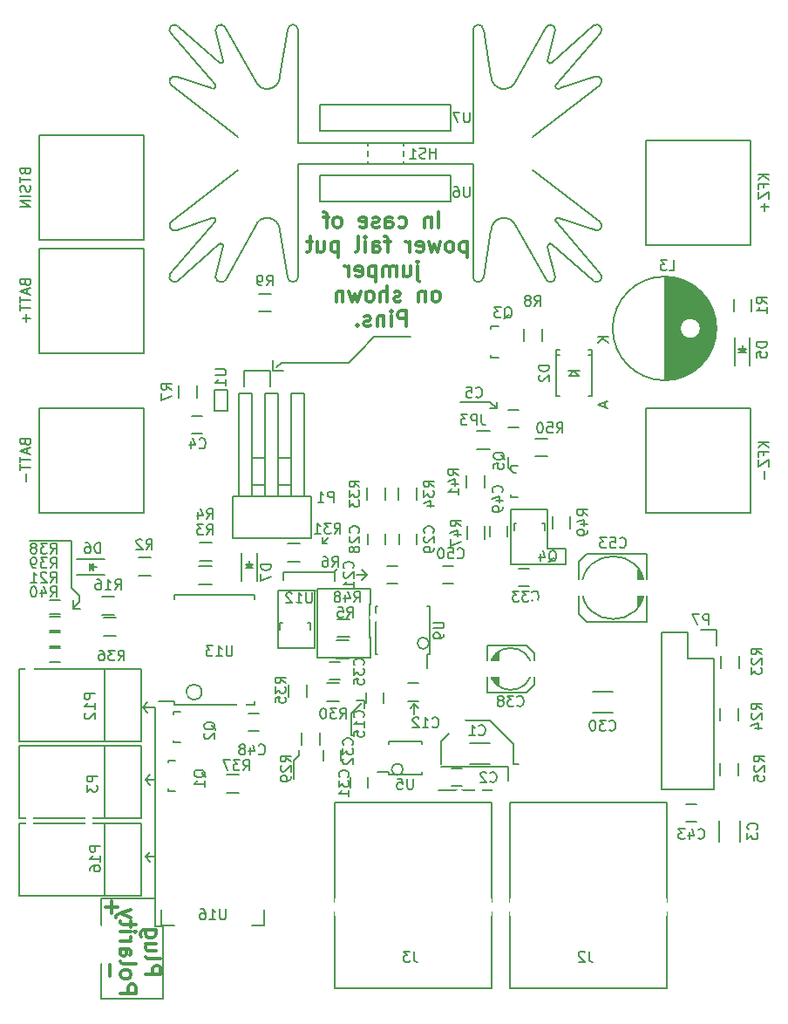
<source format=gbo>
G04 #@! TF.FileFunction,Legend,Bot*
%FSLAX46Y46*%
G04 Gerber Fmt 4.6, Leading zero omitted, Abs format (unit mm)*
G04 Created by KiCad (PCBNEW 4.0.2-4+6225~38~ubuntu15.04.1-stable) date Sa 02 Apr 2016 14:44:10 CEST*
%MOMM*%
G01*
G04 APERTURE LIST*
%ADD10C,0.150000*%
%ADD11C,0.200000*%
%ADD12C,0.300000*%
%ADD13R,1.500000X1.300000*%
%ADD14C,3.000000*%
%ADD15R,0.800100X0.800100*%
%ADD16C,4.000000*%
%ADD17R,0.450000X1.450000*%
%ADD18R,1.300000X1.500000*%
%ADD19R,1.300000X1.300000*%
%ADD20C,1.300000*%
%ADD21R,1.250000X1.000000*%
%ADD22C,6.000000*%
%ADD23R,1.000000X1.250000*%
%ADD24R,2.600960X1.600200*%
%ADD25C,3.649980*%
%ADD26R,1.501140X1.501140*%
%ADD27C,1.501140*%
%ADD28R,1.100000X0.250000*%
%ADD29C,1.651000*%
%ADD30R,1.500000X0.600000*%
%ADD31R,1.727200X1.727200*%
%ADD32O,1.727200X1.727200*%
%ADD33C,2.000000*%
%ADD34O,3.014980X2.000000*%
%ADD35R,0.500000X0.900000*%
%ADD36R,2.000000X1.600000*%
%ADD37R,3.599180X1.600200*%
%ADD38R,1.198880X1.198880*%
%ADD39R,1.270000X3.270000*%
%ADD40R,1.100000X4.600000*%
%ADD41R,10.800000X9.400000*%
%ADD42R,1.600000X2.000000*%
%ADD43R,0.508000X0.304800*%
%ADD44R,1.800860X3.500120*%
%ADD45C,0.889000*%
G04 APERTURE END LIST*
D10*
D11*
X46736000Y-37338000D02*
X43815000Y-37338000D01*
X47371000Y-37973000D02*
X46736000Y-37973000D01*
X47371000Y-37973000D02*
X47371000Y-37338000D01*
X46736000Y-37338000D02*
X47371000Y-37973000D01*
X31623000Y-54737000D02*
X31623000Y-53975000D01*
X26670000Y-53848000D02*
X26670000Y-54610000D01*
X29845000Y-53848000D02*
X26670000Y-53848000D01*
X29845000Y-53848000D02*
X31623000Y-53848000D01*
X39370000Y-66675000D02*
X38989000Y-67056000D01*
X39370000Y-66675000D02*
X39751000Y-67056000D01*
X39370000Y-67691000D02*
X39370000Y-66675000D01*
X6096000Y-50800000D02*
X2032000Y-50800000D01*
X6096000Y-55372000D02*
X6096000Y-50800000D01*
X6858000Y-56134000D02*
X6096000Y-55372000D01*
X6858000Y-56769000D02*
X6350000Y-57277000D01*
X6858000Y-56134000D02*
X6858000Y-56769000D01*
X18750000Y-65500000D02*
G75*
G03X18750000Y-65500000I-750000J0D01*
G01*
X38309017Y-73000000D02*
G75*
G03X38309017Y-73000000I-559017J0D01*
G01*
X40809017Y-60750000D02*
G75*
G03X40809017Y-60750000I-559017J0D01*
G01*
X35500000Y-31000000D02*
X39000000Y-31000000D01*
X34000000Y-32500000D02*
X35500000Y-31000000D01*
X26500000Y-33500000D02*
X28500000Y-33500000D01*
X26000000Y-34000000D02*
X26500000Y-33500000D01*
X33000000Y-33500000D02*
X34000000Y-32500000D01*
X28500000Y-33500000D02*
X33000000Y-33500000D01*
X31623000Y-53784500D02*
X31623000Y-54038500D01*
X31877000Y-53530500D02*
X31623000Y-53784500D01*
X30480000Y-51054000D02*
X30924500Y-51054000D01*
X30480000Y-51054000D02*
X30480000Y-50482500D01*
X31051500Y-50482500D02*
X30480000Y-51054000D01*
X14250000Y-88250000D02*
X14250000Y-88000000D01*
X15000000Y-88250000D02*
X14250000Y-88250000D01*
X15000000Y-95250000D02*
X15000000Y-88250000D01*
X9000000Y-95250000D02*
X15000000Y-95250000D01*
X9000000Y-85500000D02*
X9000000Y-95250000D01*
X14250000Y-85500000D02*
X14250000Y-88000000D01*
X9000000Y-85500000D02*
X14250000Y-85500000D01*
X14250000Y-81500000D02*
X14250000Y-88000000D01*
X43000000Y-75000000D02*
X41750000Y-75000000D01*
X48500000Y-72750000D02*
X42000000Y-72750000D01*
X48500000Y-75000000D02*
X48500000Y-72750000D01*
X43000000Y-75000000D02*
X48500000Y-75000000D01*
X49000000Y-72500000D02*
X49500000Y-72500000D01*
X49000000Y-70500000D02*
X49000000Y-72500000D01*
X46750000Y-68250000D02*
X49000000Y-70500000D01*
X44000000Y-68250000D02*
X46750000Y-68250000D01*
X43750000Y-68500000D02*
X44000000Y-68250000D01*
X42000000Y-70250000D02*
X43750000Y-68500000D01*
X42000000Y-72500000D02*
X42000000Y-70250000D01*
X13000000Y-67000000D02*
X13500000Y-66500000D01*
X13000000Y-67000000D02*
X13500000Y-67500000D01*
X14250000Y-67000000D02*
X13000000Y-67000000D01*
X14250000Y-74000000D02*
X14250000Y-67000000D01*
X13250000Y-74000000D02*
X13750000Y-73500000D01*
X13250000Y-74000000D02*
X13750000Y-74500000D01*
X14250000Y-74000000D02*
X13250000Y-74000000D01*
X14250000Y-81500000D02*
X14250000Y-74000000D01*
X13250000Y-81500000D02*
X13750000Y-81000000D01*
X13750000Y-82000000D02*
X13250000Y-81500000D01*
X13250000Y-81500000D02*
X13750000Y-82000000D01*
X14250000Y-81500000D02*
X13250000Y-81500000D01*
X29700000Y-61200000D02*
X29700000Y-55600000D01*
X35100000Y-62200000D02*
X35100000Y-60100000D01*
X30000000Y-62200000D02*
X35100000Y-62200000D01*
X30000000Y-55500000D02*
X30000000Y-62200000D01*
X35100000Y-55500000D02*
X30000000Y-55500000D01*
X35100000Y-57000000D02*
X35100000Y-55500000D01*
X33300000Y-69700000D02*
X33400000Y-69700000D01*
X33300000Y-67600000D02*
X33300000Y-69700000D01*
X28218000Y-71630000D02*
X28218000Y-71122000D01*
X27710000Y-72138000D02*
X28218000Y-71630000D01*
X27710000Y-73916000D02*
X27710000Y-72138000D01*
X34568000Y-66296000D02*
X34568000Y-67058000D01*
X33806000Y-66296000D02*
X34568000Y-66296000D01*
X33298000Y-67566000D02*
X34314000Y-66550000D01*
X26186000Y-55628000D02*
X29742000Y-55628000D01*
X26186000Y-61216000D02*
X29742000Y-61216000D01*
X26186000Y-60962000D02*
X26186000Y-61216000D01*
X26186000Y-55628000D02*
X26186000Y-60962000D01*
X35076000Y-56898000D02*
X35076000Y-60200000D01*
X29996000Y-56898000D02*
X29996000Y-60200000D01*
X34822000Y-54104000D02*
X34314000Y-54612000D01*
X34822000Y-54104000D02*
X34314000Y-53596000D01*
X33806000Y-54104000D02*
X34822000Y-54104000D01*
X54126000Y-53088000D02*
X53618000Y-53088000D01*
X54126000Y-51564000D02*
X54126000Y-53088000D01*
X52348000Y-51564000D02*
X54126000Y-51564000D01*
X52348000Y-47754000D02*
X52348000Y-51564000D01*
X48792000Y-47754000D02*
X52348000Y-47754000D01*
X48792000Y-53088000D02*
X48792000Y-47754000D01*
X53618000Y-53088000D02*
X48792000Y-53088000D01*
X49046000Y-44198000D02*
X49300000Y-44198000D01*
X48538000Y-43690000D02*
X49046000Y-44198000D01*
X48538000Y-42674000D02*
X48538000Y-43690000D01*
X25678000Y-34292000D02*
X26694000Y-34292000D01*
X25678000Y-33276000D02*
X25678000Y-34292000D01*
X22884000Y-34292000D02*
X22884000Y-35816000D01*
X25424000Y-34292000D02*
X22884000Y-34292000D01*
X25424000Y-35816000D02*
X25424000Y-34292000D01*
D12*
X41750000Y-20378571D02*
X41750000Y-18878571D01*
X41035714Y-19378571D02*
X41035714Y-20378571D01*
X41035714Y-19521429D02*
X40964286Y-19450000D01*
X40821428Y-19378571D01*
X40607143Y-19378571D01*
X40464286Y-19450000D01*
X40392857Y-19592857D01*
X40392857Y-20378571D01*
X37892857Y-20307143D02*
X38035714Y-20378571D01*
X38321428Y-20378571D01*
X38464286Y-20307143D01*
X38535714Y-20235714D01*
X38607143Y-20092857D01*
X38607143Y-19664286D01*
X38535714Y-19521429D01*
X38464286Y-19450000D01*
X38321428Y-19378571D01*
X38035714Y-19378571D01*
X37892857Y-19450000D01*
X36607143Y-20378571D02*
X36607143Y-19592857D01*
X36678572Y-19450000D01*
X36821429Y-19378571D01*
X37107143Y-19378571D01*
X37250000Y-19450000D01*
X36607143Y-20307143D02*
X36750000Y-20378571D01*
X37107143Y-20378571D01*
X37250000Y-20307143D01*
X37321429Y-20164286D01*
X37321429Y-20021429D01*
X37250000Y-19878571D01*
X37107143Y-19807143D01*
X36750000Y-19807143D01*
X36607143Y-19735714D01*
X35964286Y-20307143D02*
X35821429Y-20378571D01*
X35535714Y-20378571D01*
X35392857Y-20307143D01*
X35321429Y-20164286D01*
X35321429Y-20092857D01*
X35392857Y-19950000D01*
X35535714Y-19878571D01*
X35750000Y-19878571D01*
X35892857Y-19807143D01*
X35964286Y-19664286D01*
X35964286Y-19592857D01*
X35892857Y-19450000D01*
X35750000Y-19378571D01*
X35535714Y-19378571D01*
X35392857Y-19450000D01*
X34107143Y-20307143D02*
X34250000Y-20378571D01*
X34535714Y-20378571D01*
X34678571Y-20307143D01*
X34750000Y-20164286D01*
X34750000Y-19592857D01*
X34678571Y-19450000D01*
X34535714Y-19378571D01*
X34250000Y-19378571D01*
X34107143Y-19450000D01*
X34035714Y-19592857D01*
X34035714Y-19735714D01*
X34750000Y-19878571D01*
X32035714Y-20378571D02*
X32178572Y-20307143D01*
X32250000Y-20235714D01*
X32321429Y-20092857D01*
X32321429Y-19664286D01*
X32250000Y-19521429D01*
X32178572Y-19450000D01*
X32035714Y-19378571D01*
X31821429Y-19378571D01*
X31678572Y-19450000D01*
X31607143Y-19521429D01*
X31535714Y-19664286D01*
X31535714Y-20092857D01*
X31607143Y-20235714D01*
X31678572Y-20307143D01*
X31821429Y-20378571D01*
X32035714Y-20378571D01*
X31107143Y-19378571D02*
X30535714Y-19378571D01*
X30892857Y-20378571D02*
X30892857Y-19092857D01*
X30821429Y-18950000D01*
X30678571Y-18878571D01*
X30535714Y-18878571D01*
X44500000Y-21778571D02*
X44500000Y-23278571D01*
X44500000Y-21850000D02*
X44357143Y-21778571D01*
X44071429Y-21778571D01*
X43928572Y-21850000D01*
X43857143Y-21921429D01*
X43785714Y-22064286D01*
X43785714Y-22492857D01*
X43857143Y-22635714D01*
X43928572Y-22707143D01*
X44071429Y-22778571D01*
X44357143Y-22778571D01*
X44500000Y-22707143D01*
X42928571Y-22778571D02*
X43071429Y-22707143D01*
X43142857Y-22635714D01*
X43214286Y-22492857D01*
X43214286Y-22064286D01*
X43142857Y-21921429D01*
X43071429Y-21850000D01*
X42928571Y-21778571D01*
X42714286Y-21778571D01*
X42571429Y-21850000D01*
X42500000Y-21921429D01*
X42428571Y-22064286D01*
X42428571Y-22492857D01*
X42500000Y-22635714D01*
X42571429Y-22707143D01*
X42714286Y-22778571D01*
X42928571Y-22778571D01*
X41928571Y-21778571D02*
X41642857Y-22778571D01*
X41357143Y-22064286D01*
X41071428Y-22778571D01*
X40785714Y-21778571D01*
X39642857Y-22707143D02*
X39785714Y-22778571D01*
X40071428Y-22778571D01*
X40214285Y-22707143D01*
X40285714Y-22564286D01*
X40285714Y-21992857D01*
X40214285Y-21850000D01*
X40071428Y-21778571D01*
X39785714Y-21778571D01*
X39642857Y-21850000D01*
X39571428Y-21992857D01*
X39571428Y-22135714D01*
X40285714Y-22278571D01*
X38928571Y-22778571D02*
X38928571Y-21778571D01*
X38928571Y-22064286D02*
X38857143Y-21921429D01*
X38785714Y-21850000D01*
X38642857Y-21778571D01*
X38500000Y-21778571D01*
X37071429Y-21778571D02*
X36500000Y-21778571D01*
X36857143Y-22778571D02*
X36857143Y-21492857D01*
X36785715Y-21350000D01*
X36642857Y-21278571D01*
X36500000Y-21278571D01*
X35357143Y-22778571D02*
X35357143Y-21992857D01*
X35428572Y-21850000D01*
X35571429Y-21778571D01*
X35857143Y-21778571D01*
X36000000Y-21850000D01*
X35357143Y-22707143D02*
X35500000Y-22778571D01*
X35857143Y-22778571D01*
X36000000Y-22707143D01*
X36071429Y-22564286D01*
X36071429Y-22421429D01*
X36000000Y-22278571D01*
X35857143Y-22207143D01*
X35500000Y-22207143D01*
X35357143Y-22135714D01*
X34642857Y-22778571D02*
X34642857Y-21778571D01*
X34642857Y-21278571D02*
X34714286Y-21350000D01*
X34642857Y-21421429D01*
X34571429Y-21350000D01*
X34642857Y-21278571D01*
X34642857Y-21421429D01*
X33714285Y-22778571D02*
X33857143Y-22707143D01*
X33928571Y-22564286D01*
X33928571Y-21278571D01*
X32000000Y-21778571D02*
X32000000Y-23278571D01*
X32000000Y-21850000D02*
X31857143Y-21778571D01*
X31571429Y-21778571D01*
X31428572Y-21850000D01*
X31357143Y-21921429D01*
X31285714Y-22064286D01*
X31285714Y-22492857D01*
X31357143Y-22635714D01*
X31428572Y-22707143D01*
X31571429Y-22778571D01*
X31857143Y-22778571D01*
X32000000Y-22707143D01*
X30000000Y-21778571D02*
X30000000Y-22778571D01*
X30642857Y-21778571D02*
X30642857Y-22564286D01*
X30571429Y-22707143D01*
X30428571Y-22778571D01*
X30214286Y-22778571D01*
X30071429Y-22707143D01*
X30000000Y-22635714D01*
X29500000Y-21778571D02*
X28928571Y-21778571D01*
X29285714Y-21278571D02*
X29285714Y-22564286D01*
X29214286Y-22707143D01*
X29071428Y-22778571D01*
X28928571Y-22778571D01*
X39714285Y-24178571D02*
X39714285Y-25464286D01*
X39785714Y-25607143D01*
X39928571Y-25678571D01*
X39999999Y-25678571D01*
X39714285Y-23678571D02*
X39785714Y-23750000D01*
X39714285Y-23821429D01*
X39642857Y-23750000D01*
X39714285Y-23678571D01*
X39714285Y-23821429D01*
X38357142Y-24178571D02*
X38357142Y-25178571D01*
X38999999Y-24178571D02*
X38999999Y-24964286D01*
X38928571Y-25107143D01*
X38785713Y-25178571D01*
X38571428Y-25178571D01*
X38428571Y-25107143D01*
X38357142Y-25035714D01*
X37642856Y-25178571D02*
X37642856Y-24178571D01*
X37642856Y-24321429D02*
X37571428Y-24250000D01*
X37428570Y-24178571D01*
X37214285Y-24178571D01*
X37071428Y-24250000D01*
X36999999Y-24392857D01*
X36999999Y-25178571D01*
X36999999Y-24392857D02*
X36928570Y-24250000D01*
X36785713Y-24178571D01*
X36571428Y-24178571D01*
X36428570Y-24250000D01*
X36357142Y-24392857D01*
X36357142Y-25178571D01*
X35642856Y-24178571D02*
X35642856Y-25678571D01*
X35642856Y-24250000D02*
X35499999Y-24178571D01*
X35214285Y-24178571D01*
X35071428Y-24250000D01*
X34999999Y-24321429D01*
X34928570Y-24464286D01*
X34928570Y-24892857D01*
X34999999Y-25035714D01*
X35071428Y-25107143D01*
X35214285Y-25178571D01*
X35499999Y-25178571D01*
X35642856Y-25107143D01*
X33714285Y-25107143D02*
X33857142Y-25178571D01*
X34142856Y-25178571D01*
X34285713Y-25107143D01*
X34357142Y-24964286D01*
X34357142Y-24392857D01*
X34285713Y-24250000D01*
X34142856Y-24178571D01*
X33857142Y-24178571D01*
X33714285Y-24250000D01*
X33642856Y-24392857D01*
X33642856Y-24535714D01*
X34357142Y-24678571D01*
X32999999Y-25178571D02*
X32999999Y-24178571D01*
X32999999Y-24464286D02*
X32928571Y-24321429D01*
X32857142Y-24250000D01*
X32714285Y-24178571D01*
X32571428Y-24178571D01*
X41607143Y-27578571D02*
X41750001Y-27507143D01*
X41821429Y-27435714D01*
X41892858Y-27292857D01*
X41892858Y-26864286D01*
X41821429Y-26721429D01*
X41750001Y-26650000D01*
X41607143Y-26578571D01*
X41392858Y-26578571D01*
X41250001Y-26650000D01*
X41178572Y-26721429D01*
X41107143Y-26864286D01*
X41107143Y-27292857D01*
X41178572Y-27435714D01*
X41250001Y-27507143D01*
X41392858Y-27578571D01*
X41607143Y-27578571D01*
X40464286Y-26578571D02*
X40464286Y-27578571D01*
X40464286Y-26721429D02*
X40392858Y-26650000D01*
X40250000Y-26578571D01*
X40035715Y-26578571D01*
X39892858Y-26650000D01*
X39821429Y-26792857D01*
X39821429Y-27578571D01*
X38035715Y-27507143D02*
X37892858Y-27578571D01*
X37607143Y-27578571D01*
X37464286Y-27507143D01*
X37392858Y-27364286D01*
X37392858Y-27292857D01*
X37464286Y-27150000D01*
X37607143Y-27078571D01*
X37821429Y-27078571D01*
X37964286Y-27007143D01*
X38035715Y-26864286D01*
X38035715Y-26792857D01*
X37964286Y-26650000D01*
X37821429Y-26578571D01*
X37607143Y-26578571D01*
X37464286Y-26650000D01*
X36750000Y-27578571D02*
X36750000Y-26078571D01*
X36107143Y-27578571D02*
X36107143Y-26792857D01*
X36178572Y-26650000D01*
X36321429Y-26578571D01*
X36535714Y-26578571D01*
X36678572Y-26650000D01*
X36750000Y-26721429D01*
X35178571Y-27578571D02*
X35321429Y-27507143D01*
X35392857Y-27435714D01*
X35464286Y-27292857D01*
X35464286Y-26864286D01*
X35392857Y-26721429D01*
X35321429Y-26650000D01*
X35178571Y-26578571D01*
X34964286Y-26578571D01*
X34821429Y-26650000D01*
X34750000Y-26721429D01*
X34678571Y-26864286D01*
X34678571Y-27292857D01*
X34750000Y-27435714D01*
X34821429Y-27507143D01*
X34964286Y-27578571D01*
X35178571Y-27578571D01*
X34178571Y-26578571D02*
X33892857Y-27578571D01*
X33607143Y-26864286D01*
X33321428Y-27578571D01*
X33035714Y-26578571D01*
X32464285Y-26578571D02*
X32464285Y-27578571D01*
X32464285Y-26721429D02*
X32392857Y-26650000D01*
X32249999Y-26578571D01*
X32035714Y-26578571D01*
X31892857Y-26650000D01*
X31821428Y-26792857D01*
X31821428Y-27578571D01*
X38642857Y-29978571D02*
X38642857Y-28478571D01*
X38071429Y-28478571D01*
X37928571Y-28550000D01*
X37857143Y-28621429D01*
X37785714Y-28764286D01*
X37785714Y-28978571D01*
X37857143Y-29121429D01*
X37928571Y-29192857D01*
X38071429Y-29264286D01*
X38642857Y-29264286D01*
X37142857Y-29978571D02*
X37142857Y-28978571D01*
X37142857Y-28478571D02*
X37214286Y-28550000D01*
X37142857Y-28621429D01*
X37071429Y-28550000D01*
X37142857Y-28478571D01*
X37142857Y-28621429D01*
X36428571Y-28978571D02*
X36428571Y-29978571D01*
X36428571Y-29121429D02*
X36357143Y-29050000D01*
X36214285Y-28978571D01*
X36000000Y-28978571D01*
X35857143Y-29050000D01*
X35785714Y-29192857D01*
X35785714Y-29978571D01*
X35142857Y-29907143D02*
X35000000Y-29978571D01*
X34714285Y-29978571D01*
X34571428Y-29907143D01*
X34500000Y-29764286D01*
X34500000Y-29692857D01*
X34571428Y-29550000D01*
X34714285Y-29478571D01*
X34928571Y-29478571D01*
X35071428Y-29407143D01*
X35142857Y-29264286D01*
X35142857Y-29192857D01*
X35071428Y-29050000D01*
X34928571Y-28978571D01*
X34714285Y-28978571D01*
X34571428Y-29050000D01*
X33857142Y-29835714D02*
X33785714Y-29907143D01*
X33857142Y-29978571D01*
X33928571Y-29907143D01*
X33857142Y-29835714D01*
X33857142Y-29978571D01*
D11*
X6253000Y-57377400D02*
X6964200Y-57377400D01*
X6253000Y-56539200D02*
X6253000Y-57377400D01*
X6253000Y-57377400D02*
X6253000Y-56539200D01*
D12*
X13271429Y-92892857D02*
X14771429Y-92892857D01*
X14771429Y-92321429D01*
X14700000Y-92178571D01*
X14628571Y-92107143D01*
X14485714Y-92035714D01*
X14271429Y-92035714D01*
X14128571Y-92107143D01*
X14057143Y-92178571D01*
X13985714Y-92321429D01*
X13985714Y-92892857D01*
X13271429Y-91178571D02*
X13342857Y-91321429D01*
X13485714Y-91392857D01*
X14771429Y-91392857D01*
X14271429Y-89964286D02*
X13271429Y-89964286D01*
X14271429Y-90607143D02*
X13485714Y-90607143D01*
X13342857Y-90535715D01*
X13271429Y-90392857D01*
X13271429Y-90178572D01*
X13342857Y-90035715D01*
X13414286Y-89964286D01*
X14271429Y-88607143D02*
X13057143Y-88607143D01*
X12914286Y-88678572D01*
X12842857Y-88750000D01*
X12771429Y-88892857D01*
X12771429Y-89107143D01*
X12842857Y-89250000D01*
X13342857Y-88607143D02*
X13271429Y-88750000D01*
X13271429Y-89035714D01*
X13342857Y-89178572D01*
X13414286Y-89250000D01*
X13557143Y-89321429D01*
X13985714Y-89321429D01*
X14128571Y-89250000D01*
X14200000Y-89178572D01*
X14271429Y-89035714D01*
X14271429Y-88750000D01*
X14200000Y-88607143D01*
X10871429Y-94714285D02*
X12371429Y-94714285D01*
X12371429Y-94142857D01*
X12300000Y-93999999D01*
X12228571Y-93928571D01*
X12085714Y-93857142D01*
X11871429Y-93857142D01*
X11728571Y-93928571D01*
X11657143Y-93999999D01*
X11585714Y-94142857D01*
X11585714Y-94714285D01*
X10871429Y-92999999D02*
X10942857Y-93142857D01*
X11014286Y-93214285D01*
X11157143Y-93285714D01*
X11585714Y-93285714D01*
X11728571Y-93214285D01*
X11800000Y-93142857D01*
X11871429Y-92999999D01*
X11871429Y-92785714D01*
X11800000Y-92642857D01*
X11728571Y-92571428D01*
X11585714Y-92499999D01*
X11157143Y-92499999D01*
X11014286Y-92571428D01*
X10942857Y-92642857D01*
X10871429Y-92785714D01*
X10871429Y-92999999D01*
X10871429Y-91642856D02*
X10942857Y-91785714D01*
X11085714Y-91857142D01*
X12371429Y-91857142D01*
X10871429Y-90428571D02*
X11657143Y-90428571D01*
X11800000Y-90500000D01*
X11871429Y-90642857D01*
X11871429Y-90928571D01*
X11800000Y-91071428D01*
X10942857Y-90428571D02*
X10871429Y-90571428D01*
X10871429Y-90928571D01*
X10942857Y-91071428D01*
X11085714Y-91142857D01*
X11228571Y-91142857D01*
X11371429Y-91071428D01*
X11442857Y-90928571D01*
X11442857Y-90571428D01*
X11514286Y-90428571D01*
X10871429Y-89714285D02*
X11871429Y-89714285D01*
X11585714Y-89714285D02*
X11728571Y-89642857D01*
X11800000Y-89571428D01*
X11871429Y-89428571D01*
X11871429Y-89285714D01*
X10871429Y-88785714D02*
X11871429Y-88785714D01*
X12371429Y-88785714D02*
X12300000Y-88857143D01*
X12228571Y-88785714D01*
X12300000Y-88714286D01*
X12371429Y-88785714D01*
X12228571Y-88785714D01*
X11871429Y-88285714D02*
X11871429Y-87714285D01*
X12371429Y-88071428D02*
X11085714Y-88071428D01*
X10942857Y-88000000D01*
X10871429Y-87857142D01*
X10871429Y-87714285D01*
X11871429Y-87357142D02*
X10871429Y-86999999D01*
X11871429Y-86642857D02*
X10871429Y-86999999D01*
X10514286Y-87142857D01*
X10442857Y-87214285D01*
X10371429Y-87357142D01*
X9857143Y-93071428D02*
X9857143Y-91928571D01*
X9428572Y-86357143D02*
X10571429Y-86357143D01*
X10000000Y-86928571D02*
X10000000Y-85785714D01*
D10*
X29810000Y-53862000D02*
X28610000Y-53862000D01*
X28610000Y-55612000D02*
X29810000Y-55612000D01*
X16016760Y-70208160D02*
X16016760Y-70159900D01*
X16717800Y-67409180D02*
X16016760Y-67409180D01*
X16016760Y-67409180D02*
X16016760Y-67658100D01*
X16016760Y-70208160D02*
X16016760Y-70408820D01*
X16016760Y-70408820D02*
X16717800Y-70408820D01*
X57400000Y-19810000D02*
X50900000Y-14810000D01*
X57400000Y-6610000D02*
X50900000Y-11610000D01*
X15800000Y-6610000D02*
X22300000Y-11610000D01*
X15900000Y-19760000D02*
X22300000Y-14810000D01*
X52550000Y-4460000D02*
G75*
G02X52350000Y-4160000I50000J250000D01*
G01*
X52800000Y-4360000D02*
G75*
G02X52450000Y-4410000I-200000J150000D01*
G01*
X53150000Y-6860000D02*
G75*
G02X53200000Y-6510000I200000J150000D01*
G01*
X53500000Y-6910000D02*
G75*
G02X53150000Y-6860000I-150000J200000D01*
G01*
X53100000Y-19660000D02*
G75*
G02X53400000Y-19460000I250000J-50000D01*
G01*
X53200000Y-19910000D02*
G75*
G02X53150000Y-19560000I150000J200000D01*
G01*
X52400000Y-22060000D02*
G75*
G02X52750000Y-22010000I200000J-150000D01*
G01*
X52350000Y-22260000D02*
G75*
G02X52550000Y-21960000I250000J50000D01*
G01*
X57400000Y-24810000D02*
G75*
G02X57500000Y-25510000I-300000J-400000D01*
G01*
X57500000Y-25510000D02*
G75*
G02X56800000Y-25610000I-400000J300000D01*
G01*
X57400000Y-19810000D02*
G75*
G02X57500000Y-20510000I-300000J-400000D01*
G01*
X57600000Y-20260000D02*
G75*
G02X57050000Y-20710000I-500000J50000D01*
G01*
X56900000Y-5760000D02*
G75*
G02X57550000Y-6010000I200000J-450000D01*
G01*
X57500000Y-5910000D02*
G75*
G02X57400000Y-6610000I-400000J-300000D01*
G01*
X57400000Y-810000D02*
G75*
G02X57500000Y-1510000I-300000J-400000D01*
G01*
X56800000Y-810000D02*
G75*
G02X57450000Y-860000I300000J-350000D01*
G01*
X52750000Y-4410000D02*
X56800000Y-810000D01*
X53100000Y-1210000D02*
X52350000Y-4210000D01*
X53200000Y-6510000D02*
X57500000Y-1510000D01*
X53500000Y-6910000D02*
X56900000Y-5760000D01*
X53400000Y-19460000D02*
X57050000Y-20710000D01*
X53150000Y-19860000D02*
X57400000Y-24810000D01*
X52750000Y-22010000D02*
X56800000Y-25610000D01*
X53100000Y-25210000D02*
X52350000Y-22260000D01*
X19700000Y-19510000D02*
G75*
G02X20050000Y-19560000I150000J-200000D01*
G01*
X20000000Y-19510000D02*
G75*
G02X20050000Y-19860000I-150000J-200000D01*
G01*
X20400000Y-22060000D02*
G75*
G02X20750000Y-22010000I200000J-150000D01*
G01*
X20650000Y-21960000D02*
G75*
G02X20850000Y-22260000I-50000J-250000D01*
G01*
X20050000Y-6610000D02*
G75*
G02X19950000Y-6910000I-200000J-100000D01*
G01*
X20050000Y-6810000D02*
G75*
G02X19750000Y-6910000I-200000J100000D01*
G01*
X20850000Y-4160000D02*
G75*
G02X20650000Y-4460000I-250000J-50000D01*
G01*
X20800000Y-4360000D02*
G75*
G02X20450000Y-4410000I-200000J150000D01*
G01*
X45100000Y-1210000D02*
X45100000Y-12210000D01*
X16300000Y-20660000D02*
G75*
G02X15650000Y-20410000I-200000J450000D01*
G01*
X15650000Y-20410000D02*
G75*
G02X15900000Y-19760000I450000J200000D01*
G01*
X16400000Y-25610000D02*
G75*
G02X15700000Y-25510000I-300000J400000D01*
G01*
X15800000Y-25610000D02*
G75*
G02X15700000Y-24910000I300000J400000D01*
G01*
X19700000Y-19510000D02*
X16300000Y-20660000D01*
X15750000Y-860000D02*
G75*
G02X16450000Y-860000I350000J-350000D01*
G01*
X15750000Y-1560000D02*
G75*
G02X15750000Y-860000I350000J350000D01*
G01*
X15650000Y-6010000D02*
G75*
G02X16300000Y-5760000I450000J-200000D01*
G01*
X15800000Y-6610000D02*
G75*
G02X15700000Y-5910000I300000J400000D01*
G01*
X28100000Y-1210000D02*
X28100000Y-12210000D01*
X16300000Y-5760000D02*
X19700000Y-6910000D01*
X15750000Y-1560000D02*
X20050000Y-6560000D01*
X16500000Y-910000D02*
X20450000Y-4410000D01*
X20100000Y-1210000D02*
X20850000Y-4210000D01*
X20050000Y-19860000D02*
X15700000Y-24910000D01*
X20400000Y-22060000D02*
X16450000Y-25560000D01*
X28100000Y-25210000D02*
X28100000Y-14210000D01*
X45100000Y-25210000D02*
X45100000Y-14210000D01*
X20850000Y-22210000D02*
X20100000Y-25210000D01*
X52150000Y-1010000D02*
X49100000Y-6460000D01*
X52150000Y-1010000D02*
G75*
G02X52800000Y-760000I450000J-200000D01*
G01*
X21000000Y-910000D02*
X24100000Y-6460000D01*
X20300000Y-810000D02*
G75*
G02X21000000Y-910000I300000J-400000D01*
G01*
X21100000Y-25460000D02*
X24100000Y-19960000D01*
X21100000Y-25460000D02*
G75*
G02X20400000Y-25660000I-450000J250000D01*
G01*
X49100000Y-19960000D02*
X52200000Y-25510000D01*
X52900000Y-25610000D02*
G75*
G02X52200000Y-25510000I-300000J400000D01*
G01*
X49100000Y-6460000D02*
G75*
G02X47350000Y-6710000I-1000000J750000D01*
G01*
X48100000Y-6960000D02*
G75*
G02X46850000Y-5710000I0J1250000D01*
G01*
X26350000Y-5710000D02*
G75*
G02X25100000Y-6960000I-1250000J0D01*
G01*
X25850000Y-6710000D02*
G75*
G02X24100000Y-6460000I-750000J1000000D01*
G01*
X24100000Y-19960000D02*
G75*
G02X25850000Y-19710000I1000000J-750000D01*
G01*
X25100000Y-19460000D02*
G75*
G02X26350000Y-20710000I0J-1250000D01*
G01*
X47350000Y-19710000D02*
G75*
G02X49100000Y-19960000I750000J-1000000D01*
G01*
X46850000Y-20710000D02*
G75*
G02X48100000Y-19460000I1250000J0D01*
G01*
X46850000Y-5710000D02*
X46100000Y-1210000D01*
X26350000Y-5710000D02*
X27100000Y-1210000D01*
X46100000Y-25210000D02*
X46850000Y-20710000D01*
X27100000Y-25210000D02*
X26350000Y-20710000D01*
X20600000Y-25710000D02*
G75*
G02X20100000Y-25210000I0J500000D01*
G01*
X53100000Y-25210000D02*
G75*
G02X52600000Y-25710000I-500000J0D01*
G01*
X52600000Y-710000D02*
G75*
G02X53100000Y-1210000I0J-500000D01*
G01*
X20100000Y-1210000D02*
G75*
G02X20600000Y-710000I500000J0D01*
G01*
X27600000Y-25710000D02*
G75*
G02X27100000Y-25210000I0J500000D01*
G01*
X28100000Y-25210000D02*
G75*
G02X27600000Y-25710000I-500000J0D01*
G01*
X27100000Y-1210000D02*
G75*
G02X27600000Y-710000I500000J0D01*
G01*
X27600000Y-710000D02*
G75*
G02X28100000Y-1210000I0J-500000D01*
G01*
X45600000Y-710000D02*
G75*
G02X46100000Y-1210000I0J-500000D01*
G01*
X45100000Y-1210000D02*
G75*
G02X45600000Y-710000I500000J0D01*
G01*
X46100000Y-25210000D02*
G75*
G02X45600000Y-25710000I-500000J0D01*
G01*
X45600000Y-25710000D02*
G75*
G02X45100000Y-25210000I0J500000D01*
G01*
X38350000Y-13460000D02*
X38350000Y-12960000D01*
X34850000Y-13460000D02*
X34850000Y-12960000D01*
X38350000Y-12460000D02*
X38350000Y-12210000D01*
X34850000Y-12210000D02*
X34850000Y-12460000D01*
X38350000Y-14210000D02*
X38350000Y-13960000D01*
X34850000Y-14210000D02*
X34850000Y-13960000D01*
X45100000Y-12210000D02*
X28100000Y-12210000D01*
X28100000Y-14210000D02*
X45100000Y-14210000D01*
X40876000Y-61822500D02*
X40651000Y-61822500D01*
X40876000Y-57172500D02*
X40651000Y-57172500D01*
X35626000Y-57172500D02*
X35851000Y-57172500D01*
X35626000Y-61822500D02*
X35851000Y-61822500D01*
X40876000Y-61822500D02*
X40876000Y-57172500D01*
X35626000Y-61822500D02*
X35626000Y-57172500D01*
X40651000Y-61822500D02*
X40651000Y-63172500D01*
X27211840Y-64766520D02*
X27211840Y-65966520D01*
X28961840Y-65966520D02*
X28961840Y-64766520D01*
X63775000Y-35199000D02*
X63775000Y-25201000D01*
X63915000Y-35195000D02*
X63915000Y-25205000D01*
X64055000Y-35187000D02*
X64055000Y-25213000D01*
X64195000Y-35175000D02*
X64195000Y-25225000D01*
X64335000Y-35160000D02*
X64335000Y-25240000D01*
X64475000Y-35140000D02*
X64475000Y-25260000D01*
X64615000Y-35116000D02*
X64615000Y-25284000D01*
X64755000Y-35087000D02*
X64755000Y-25313000D01*
X64895000Y-35055000D02*
X64895000Y-25345000D01*
X65035000Y-35018000D02*
X65035000Y-25382000D01*
X65175000Y-34977000D02*
X65175000Y-25423000D01*
X65315000Y-34932000D02*
X65315000Y-30666000D01*
X65315000Y-29734000D02*
X65315000Y-25468000D01*
X65455000Y-34882000D02*
X65455000Y-30867000D01*
X65455000Y-29533000D02*
X65455000Y-25518000D01*
X65595000Y-34827000D02*
X65595000Y-30996000D01*
X65595000Y-29404000D02*
X65595000Y-25573000D01*
X65735000Y-34767000D02*
X65735000Y-31085000D01*
X65735000Y-29315000D02*
X65735000Y-25633000D01*
X65875000Y-34702000D02*
X65875000Y-31146000D01*
X65875000Y-29254000D02*
X65875000Y-25698000D01*
X66015000Y-34632000D02*
X66015000Y-31183000D01*
X66015000Y-29217000D02*
X66015000Y-25768000D01*
X66155000Y-34556000D02*
X66155000Y-31199000D01*
X66155000Y-29201000D02*
X66155000Y-25844000D01*
X66295000Y-34474000D02*
X66295000Y-31195000D01*
X66295000Y-29205000D02*
X66295000Y-25926000D01*
X66435000Y-34386000D02*
X66435000Y-31172000D01*
X66435000Y-29228000D02*
X66435000Y-26014000D01*
X66575000Y-34291000D02*
X66575000Y-31127000D01*
X66575000Y-29273000D02*
X66575000Y-26109000D01*
X66715000Y-34189000D02*
X66715000Y-31057000D01*
X66715000Y-29343000D02*
X66715000Y-26211000D01*
X66855000Y-34079000D02*
X66855000Y-30956000D01*
X66855000Y-29444000D02*
X66855000Y-26321000D01*
X66995000Y-33961000D02*
X66995000Y-30807000D01*
X66995000Y-29593000D02*
X66995000Y-26439000D01*
X67135000Y-33833000D02*
X67135000Y-30555000D01*
X67135000Y-29845000D02*
X67135000Y-26567000D01*
X67275000Y-33696000D02*
X67275000Y-26704000D01*
X67415000Y-33546000D02*
X67415000Y-26854000D01*
X67555000Y-33384000D02*
X67555000Y-27016000D01*
X67695000Y-33207000D02*
X67695000Y-27193000D01*
X67835000Y-33011000D02*
X67835000Y-27389000D01*
X67975000Y-32793000D02*
X67975000Y-27607000D01*
X68115000Y-32547000D02*
X68115000Y-27853000D01*
X68255000Y-32262000D02*
X68255000Y-28138000D01*
X68395000Y-31920000D02*
X68395000Y-28480000D01*
X68535000Y-31474000D02*
X68535000Y-28926000D01*
X68675000Y-30699000D02*
X68675000Y-29701000D01*
X67200000Y-30200000D02*
G75*
G03X67200000Y-30200000I-1000000J0D01*
G01*
X68737500Y-30200000D02*
G75*
G03X68737500Y-30200000I-5037500J0D01*
G01*
X32126000Y-64649000D02*
X30926000Y-64649000D01*
X30926000Y-66399000D02*
X32126000Y-66399000D01*
X33210000Y-74753000D02*
X33210000Y-73753000D01*
X34910000Y-73753000D02*
X34910000Y-74753000D01*
X37735000Y-54950000D02*
X36735000Y-54950000D01*
X36735000Y-53250000D02*
X37735000Y-53250000D01*
X32243000Y-71149500D02*
X32243000Y-72149500D01*
X30543000Y-72149500D02*
X30543000Y-71149500D01*
X49568000Y-53498000D02*
X50568000Y-53498000D01*
X50568000Y-55198000D02*
X49568000Y-55198000D01*
X31153000Y-62596280D02*
X32153000Y-62596280D01*
X32153000Y-64296280D02*
X31153000Y-64296280D01*
X66824000Y-78058000D02*
X65824000Y-78058000D01*
X65824000Y-76358000D02*
X66824000Y-76358000D01*
X9082000Y-57973000D02*
X10282000Y-57973000D01*
X10282000Y-56223000D02*
X9082000Y-56223000D01*
X34740000Y-66532000D02*
X34740000Y-65532000D01*
X36440000Y-65532000D02*
X36440000Y-66532000D01*
X50401000Y-63250000D02*
X49639000Y-63250000D01*
X50020000Y-63631000D02*
X50020000Y-62869000D01*
X50274000Y-60964000D02*
X46464000Y-60964000D01*
X51036000Y-64774000D02*
X51036000Y-61726000D01*
X50274000Y-60964000D02*
X51036000Y-61726000D01*
X50274000Y-65536000D02*
X46464000Y-65536000D01*
X50274000Y-65536000D02*
X51036000Y-64774000D01*
X46718000Y-63123000D02*
X46718000Y-63377000D01*
X46845000Y-63885000D02*
X46845000Y-62615000D01*
X46972000Y-62361000D02*
X46972000Y-64139000D01*
X47099000Y-62107000D02*
X47099000Y-64393000D01*
X47226000Y-64520000D02*
X47226000Y-61980000D01*
X47353000Y-61853000D02*
X47353000Y-64647000D01*
X47480000Y-64774000D02*
X47480000Y-61726000D01*
X47607000Y-64901000D02*
X47607000Y-61599000D01*
X46464000Y-65536000D02*
X46464000Y-60964000D01*
X50782000Y-63250000D02*
G75*
G03X50782000Y-63250000I-2032000J0D01*
G01*
X63904000Y-94270000D02*
X48664000Y-94270000D01*
X48664000Y-94270000D02*
X48664000Y-76236000D01*
X48664000Y-76236000D02*
X63904000Y-76236000D01*
X63904000Y-76236000D02*
X63904000Y-94270000D01*
X46886000Y-94270000D02*
X31646000Y-94270000D01*
X31646000Y-94270000D02*
X31646000Y-76236000D01*
X31646000Y-76236000D02*
X46886000Y-76236000D01*
X46886000Y-76236000D02*
X46886000Y-94270000D01*
X15508760Y-74907160D02*
X15508760Y-74858900D01*
X16209800Y-72108180D02*
X15508760Y-72108180D01*
X15508760Y-72108180D02*
X15508760Y-72357100D01*
X15508760Y-74907160D02*
X15508760Y-75107820D01*
X15508760Y-75107820D02*
X16209800Y-75107820D01*
X70915000Y-63165000D02*
X70915000Y-61965000D01*
X69165000Y-61965000D02*
X69165000Y-63165000D01*
X70865000Y-68265000D02*
X70865000Y-67065000D01*
X69115000Y-67065000D02*
X69115000Y-68265000D01*
X70865000Y-73565000D02*
X70865000Y-72365000D01*
X69115000Y-72365000D02*
X69115000Y-73565000D01*
X30226760Y-70660440D02*
X30226760Y-69460440D01*
X28476760Y-69460440D02*
X28476760Y-70660440D01*
X28286000Y-51068000D02*
X27086000Y-51068000D01*
X27086000Y-52818000D02*
X28286000Y-52818000D01*
X21147000Y-75245000D02*
X22347000Y-75245000D01*
X22347000Y-73495000D02*
X21147000Y-73495000D01*
X36879000Y-73543000D02*
X36879000Y-73268000D01*
X40129000Y-73543000D02*
X40129000Y-73268000D01*
X40129000Y-70293000D02*
X40129000Y-70568000D01*
X36879000Y-70293000D02*
X36879000Y-70568000D01*
X36879000Y-73543000D02*
X40129000Y-73543000D01*
X36879000Y-70293000D02*
X40129000Y-70293000D01*
X36879000Y-73268000D02*
X35804000Y-73268000D01*
X30250000Y-16766000D02*
X30250000Y-15369000D01*
X30250000Y-15369000D02*
X42950000Y-15369000D01*
X42950000Y-15369000D02*
X42950000Y-17909000D01*
X42950000Y-17909000D02*
X30250000Y-17909000D01*
X30250000Y-17909000D02*
X30250000Y-16766000D01*
X42950000Y-9654000D02*
X42950000Y-11051000D01*
X42950000Y-11051000D02*
X30250000Y-11051000D01*
X30250000Y-11051000D02*
X30250000Y-8511000D01*
X30250000Y-8511000D02*
X42950000Y-8511000D01*
X42950000Y-8511000D02*
X42950000Y-9654000D01*
X16094000Y-66741000D02*
X16094000Y-66386000D01*
X23844000Y-66741000D02*
X23844000Y-66386000D01*
X23844000Y-56091000D02*
X23844000Y-56446000D01*
X16094000Y-56091000D02*
X16094000Y-56446000D01*
X16094000Y-66741000D02*
X23844000Y-66741000D01*
X16094000Y-56091000D02*
X23844000Y-56091000D01*
X16094000Y-66386000D02*
X14569000Y-66386000D01*
X63380000Y-74985000D02*
X63380000Y-59745000D01*
X68460000Y-62285000D02*
X68460000Y-74985000D01*
X63380000Y-74985000D02*
X68460000Y-74985000D01*
X63380000Y-59745000D02*
X65920000Y-59745000D01*
X67190000Y-59465000D02*
X68740000Y-59465000D01*
X65920000Y-59745000D02*
X65920000Y-62285000D01*
X65920000Y-62285000D02*
X68460000Y-62285000D01*
X68740000Y-59465000D02*
X68740000Y-61015000D01*
X39750000Y-66350000D02*
X38750000Y-66350000D01*
X38750000Y-64650000D02*
X39750000Y-64650000D01*
X36586000Y-46830000D02*
X36586000Y-45630000D01*
X34836000Y-45630000D02*
X34836000Y-46830000D01*
X37884000Y-45630000D02*
X37884000Y-46830000D01*
X39634000Y-46830000D02*
X39634000Y-45630000D01*
X13080000Y-32580000D02*
X13080000Y-22420000D01*
X13080000Y-22420000D02*
X2920000Y-22420000D01*
X2920000Y-22420000D02*
X2920000Y-32580000D01*
X2920000Y-32580000D02*
X13080000Y-32580000D01*
X13080000Y-48080000D02*
X13080000Y-37920000D01*
X13080000Y-37920000D02*
X2920000Y-37920000D01*
X2920000Y-37920000D02*
X2920000Y-48080000D01*
X2920000Y-48080000D02*
X13080000Y-48080000D01*
X13080000Y-21580000D02*
X13080000Y-11420000D01*
X13080000Y-11420000D02*
X2920000Y-11420000D01*
X2920000Y-11420000D02*
X2920000Y-21580000D01*
X2920000Y-21580000D02*
X13080000Y-21580000D01*
X61920000Y-11920000D02*
X61920000Y-22080000D01*
X61920000Y-22080000D02*
X72080000Y-22080000D01*
X72080000Y-22080000D02*
X72080000Y-11920000D01*
X72080000Y-11920000D02*
X61920000Y-11920000D01*
X61920000Y-37920000D02*
X61920000Y-48080000D01*
X61920000Y-48080000D02*
X72080000Y-48080000D01*
X72080000Y-48080000D02*
X72080000Y-37920000D01*
X72080000Y-37920000D02*
X61920000Y-37920000D01*
X34861000Y-51175000D02*
X34861000Y-50175000D01*
X36561000Y-50175000D02*
X36561000Y-51175000D01*
X39609000Y-50175000D02*
X39609000Y-51175000D01*
X37909000Y-51175000D02*
X37909000Y-50175000D01*
X9209000Y-60005000D02*
X10409000Y-60005000D01*
X10409000Y-58255000D02*
X9209000Y-58255000D01*
X12850000Y-77750000D02*
X1050000Y-77750000D01*
X12850000Y-70750000D02*
X1050000Y-70750000D01*
X9270000Y-70750000D02*
X9270000Y-77750000D01*
X12850000Y-77750000D02*
X12850000Y-70750000D01*
X1050000Y-70750000D02*
X1050000Y-77750000D01*
X12850000Y-70250000D02*
X1050000Y-70250000D01*
X12850000Y-63250000D02*
X1050000Y-63250000D01*
X9270000Y-63250000D02*
X9270000Y-70250000D01*
X12850000Y-70250000D02*
X12850000Y-63250000D01*
X1050000Y-63250000D02*
X1050000Y-70250000D01*
X12850000Y-85250000D02*
X1050000Y-85250000D01*
X12850000Y-78250000D02*
X1050000Y-78250000D01*
X9270000Y-78250000D02*
X9270000Y-85250000D01*
X12850000Y-85250000D02*
X12850000Y-78250000D01*
X1050000Y-78250000D02*
X1050000Y-85250000D01*
X4975000Y-59725000D02*
X3975000Y-59725000D01*
X3975000Y-61075000D02*
X4975000Y-61075000D01*
X3975000Y-59551000D02*
X4975000Y-59551000D01*
X4975000Y-58201000D02*
X3975000Y-58201000D01*
X4975000Y-56550000D02*
X3975000Y-56550000D01*
X3975000Y-57900000D02*
X4975000Y-57900000D01*
X4975000Y-61249000D02*
X3975000Y-61249000D01*
X3975000Y-62599000D02*
X4975000Y-62599000D01*
X23279000Y-67551000D02*
X24279000Y-67551000D01*
X24279000Y-69251000D02*
X23279000Y-69251000D01*
X46214000Y-45685000D02*
X46214000Y-44485000D01*
X44464000Y-44485000D02*
X44464000Y-45685000D01*
X46256700Y-50604600D02*
X46256700Y-49404600D01*
X44506700Y-49404600D02*
X44506700Y-50604600D01*
X33106440Y-58395520D02*
X31906440Y-58395520D01*
X31906440Y-60145520D02*
X33106440Y-60145520D01*
X26528600Y-58757440D02*
X26576860Y-58757440D01*
X29327580Y-59458480D02*
X29327580Y-58757440D01*
X29327580Y-58757440D02*
X29078660Y-58757440D01*
X26528600Y-58757440D02*
X26327940Y-58757440D01*
X26327940Y-58757440D02*
X26327940Y-59458480D01*
X49264140Y-49100360D02*
X49312400Y-49100360D01*
X52063120Y-49801400D02*
X52063120Y-49100360D01*
X52063120Y-49100360D02*
X51814200Y-49100360D01*
X49264140Y-49100360D02*
X49063480Y-49100360D01*
X49063480Y-49100360D02*
X49063480Y-49801400D01*
X48770060Y-46338060D02*
X48770060Y-46289800D01*
X49471100Y-43539080D02*
X48770060Y-43539080D01*
X48770060Y-43539080D02*
X48770060Y-43788000D01*
X48770060Y-46338060D02*
X48770060Y-46538720D01*
X48770060Y-46538720D02*
X49471100Y-46538720D01*
X52812500Y-48414000D02*
X52812500Y-49614000D01*
X54562500Y-49614000D02*
X54562500Y-48414000D01*
X52344400Y-40887300D02*
X51144400Y-40887300D01*
X51144400Y-42637300D02*
X52344400Y-42637300D01*
X46754200Y-50377600D02*
X46754200Y-49377600D01*
X48454200Y-49377600D02*
X48454200Y-50377600D01*
X42202000Y-53244000D02*
X43202000Y-53244000D01*
X43202000Y-54944000D02*
X42202000Y-54944000D01*
X45501000Y-41896000D02*
X46701000Y-41896000D01*
X46701000Y-40146000D02*
X45501000Y-40146000D01*
X58688000Y-67521000D02*
X56688000Y-67521000D01*
X56688000Y-65471000D02*
X58688000Y-65471000D01*
X61625000Y-54602000D02*
X61625000Y-56126000D01*
X61498000Y-56507000D02*
X61498000Y-54221000D01*
X61371000Y-53967000D02*
X61371000Y-56761000D01*
X61244000Y-57015000D02*
X61244000Y-53713000D01*
X61117000Y-53586000D02*
X61117000Y-57142000D01*
X62006000Y-52062000D02*
X62006000Y-58666000D01*
X62006000Y-58666000D02*
X56164000Y-58666000D01*
X56164000Y-58666000D02*
X55402000Y-57904000D01*
X55402000Y-57904000D02*
X55402000Y-52824000D01*
X55402000Y-52824000D02*
X56164000Y-52062000D01*
X56164000Y-52062000D02*
X62006000Y-52062000D01*
X56545000Y-55364000D02*
X57307000Y-55364000D01*
X56926000Y-54983000D02*
X56926000Y-55745000D01*
X61752000Y-55364000D02*
G75*
G03X61752000Y-55364000I-3048000J0D01*
G01*
X70496520Y-33778880D02*
X70496520Y-31078880D01*
X71996520Y-33778880D02*
X71996520Y-31078880D01*
X71096520Y-32278880D02*
X71346520Y-32278880D01*
X71346520Y-32278880D02*
X71196520Y-32428880D01*
X71596520Y-32528880D02*
X70896520Y-32528880D01*
X71246520Y-32178880D02*
X71246520Y-31828880D01*
X71246520Y-32528880D02*
X71596520Y-32178880D01*
X71596520Y-32178880D02*
X70896520Y-32178880D01*
X70896520Y-32178880D02*
X71246520Y-32528880D01*
X6583400Y-52592160D02*
X9283400Y-52592160D01*
X6583400Y-54092160D02*
X9283400Y-54092160D01*
X8083400Y-53192160D02*
X8083400Y-53442160D01*
X8083400Y-53442160D02*
X7933400Y-53292160D01*
X7833400Y-53692160D02*
X7833400Y-52992160D01*
X8183400Y-53342160D02*
X8533400Y-53342160D01*
X7833400Y-53342160D02*
X8183400Y-53692160D01*
X8183400Y-53692160D02*
X8183400Y-52992160D01*
X8183400Y-52992160D02*
X7833400Y-53342160D01*
X22627680Y-54698320D02*
X22627680Y-51998320D01*
X24127680Y-54698320D02*
X24127680Y-51998320D01*
X23227680Y-53198320D02*
X23477680Y-53198320D01*
X23477680Y-53198320D02*
X23327680Y-53348320D01*
X23727680Y-53448320D02*
X23027680Y-53448320D01*
X23377680Y-53098320D02*
X23377680Y-52748320D01*
X23377680Y-53448320D02*
X23727680Y-53098320D01*
X23727680Y-53098320D02*
X23027680Y-53098320D01*
X23027680Y-53098320D02*
X23377680Y-53448320D01*
X29367000Y-46531400D02*
X29367000Y-50531400D01*
X29367000Y-46531400D02*
X29367000Y-50531400D01*
X21747000Y-46531400D02*
X21747000Y-50531400D01*
X23652000Y-45356400D02*
X24922000Y-45356400D01*
X27462000Y-45356400D02*
X26192000Y-45356400D01*
X26192000Y-42781400D02*
X27462000Y-42781400D01*
X24922000Y-42781400D02*
X23652000Y-42781400D01*
X23652000Y-46531400D02*
X23652000Y-36466400D01*
X23652000Y-36466400D02*
X22382000Y-36466400D01*
X22382000Y-36466400D02*
X22382000Y-46531400D01*
X26192000Y-46531400D02*
X26192000Y-36466400D01*
X26192000Y-36466400D02*
X24922000Y-36466400D01*
X24922000Y-36466400D02*
X24922000Y-46531400D01*
X28732000Y-46531400D02*
X28732000Y-36466400D01*
X28732000Y-36466400D02*
X27462000Y-36466400D01*
X27462000Y-36466400D02*
X27462000Y-46531400D01*
X29367000Y-46531400D02*
X21747000Y-46531400D01*
X21747000Y-50531400D02*
X29367000Y-50531400D01*
X72167240Y-28567560D02*
X72167240Y-27367560D01*
X70417240Y-27367560D02*
X70417240Y-28567560D01*
X12582120Y-54171440D02*
X13782120Y-54171440D01*
X13782120Y-52421440D02*
X12582120Y-52421440D01*
X19695240Y-53305360D02*
X18495240Y-53305360D01*
X18495240Y-55055360D02*
X19695240Y-55055360D01*
X19740960Y-50988880D02*
X18540960Y-50988880D01*
X18540960Y-52738880D02*
X19740960Y-52738880D01*
X14842000Y-88126000D02*
X16092000Y-88126000D01*
X14842000Y-88126000D02*
X14842000Y-86626000D01*
X24842000Y-88126000D02*
X24842000Y-86626000D01*
X24842000Y-88126000D02*
X23592000Y-88126000D01*
X33055640Y-60463080D02*
X31855640Y-60463080D01*
X31855640Y-62213080D02*
X33055640Y-62213080D01*
X46750000Y-72525000D02*
X44750000Y-72525000D01*
X44750000Y-70475000D02*
X46750000Y-70475000D01*
X44000000Y-74600000D02*
X43000000Y-74600000D01*
X43000000Y-72900000D02*
X44000000Y-72900000D01*
X71025000Y-78000000D02*
X71025000Y-80000000D01*
X68975000Y-80000000D02*
X68975000Y-78000000D01*
X16524000Y-35722000D02*
X16524000Y-36922000D01*
X18274000Y-36922000D02*
X18274000Y-35722000D01*
X46849760Y-32799160D02*
X46849760Y-32750900D01*
X47550800Y-30000180D02*
X46849760Y-30000180D01*
X46849760Y-30000180D02*
X46849760Y-30249100D01*
X46849760Y-32799160D02*
X46849760Y-32999820D01*
X46849760Y-32999820D02*
X47550800Y-32999820D01*
X50052000Y-30261000D02*
X50052000Y-31461000D01*
X51802000Y-31461000D02*
X51802000Y-30261000D01*
X21272500Y-36195000D02*
X21272500Y-38227000D01*
X21272500Y-38227000D02*
X20002500Y-38227000D01*
X20002500Y-38227000D02*
X20002500Y-36195000D01*
X20002500Y-36195000D02*
X21272500Y-36195000D01*
X24292000Y-28561000D02*
X25492000Y-28561000D01*
X25492000Y-26811000D02*
X24292000Y-26811000D01*
X18788000Y-40410500D02*
X17788000Y-40410500D01*
X17788000Y-38710500D02*
X18788000Y-38710500D01*
X54894000Y-34286000D02*
X54444000Y-34836000D01*
X54444000Y-34836000D02*
X55344000Y-34836000D01*
X55344000Y-34836000D02*
X54894000Y-34286000D01*
X54344000Y-34286000D02*
X55444000Y-34286000D01*
X56644060Y-32736860D02*
X56293540Y-32736860D01*
X53143940Y-32736860D02*
X53494460Y-32736860D01*
X56644060Y-36786440D02*
X56293540Y-36786440D01*
X56644060Y-32285560D02*
X56293540Y-32285560D01*
X53143940Y-32285560D02*
X53494460Y-32285560D01*
X53143940Y-36786440D02*
X53494460Y-36786440D01*
X56644060Y-32285560D02*
X56644060Y-36786440D01*
X53143940Y-32285560D02*
X53143940Y-36786440D01*
X48522000Y-38139000D02*
X49522000Y-38139000D01*
X49522000Y-39839000D02*
X48522000Y-39839000D01*
X31408666Y-53347881D02*
X31742000Y-52871690D01*
X31980095Y-53347881D02*
X31980095Y-52347881D01*
X31599142Y-52347881D01*
X31503904Y-52395500D01*
X31456285Y-52443119D01*
X31408666Y-52538357D01*
X31408666Y-52681214D01*
X31456285Y-52776452D01*
X31503904Y-52824071D01*
X31599142Y-52871690D01*
X31980095Y-52871690D01*
X30551523Y-52347881D02*
X30742000Y-52347881D01*
X30837238Y-52395500D01*
X30884857Y-52443119D01*
X30980095Y-52585976D01*
X31027714Y-52776452D01*
X31027714Y-53157405D01*
X30980095Y-53252643D01*
X30932476Y-53300262D01*
X30837238Y-53347881D01*
X30646761Y-53347881D01*
X30551523Y-53300262D01*
X30503904Y-53252643D01*
X30456285Y-53157405D01*
X30456285Y-52919310D01*
X30503904Y-52824071D01*
X30551523Y-52776452D01*
X30646761Y-52728833D01*
X30837238Y-52728833D01*
X30932476Y-52776452D01*
X30980095Y-52824071D01*
X31027714Y-52919310D01*
X20084819Y-69169362D02*
X20037200Y-69074124D01*
X19941962Y-68978886D01*
X19799105Y-68836029D01*
X19751486Y-68740790D01*
X19751486Y-68645552D01*
X19989581Y-68693171D02*
X19941962Y-68597933D01*
X19846724Y-68502695D01*
X19656248Y-68455076D01*
X19322914Y-68455076D01*
X19132438Y-68502695D01*
X19037200Y-68597933D01*
X18989581Y-68693171D01*
X18989581Y-68883648D01*
X19037200Y-68978886D01*
X19132438Y-69074124D01*
X19322914Y-69121743D01*
X19656248Y-69121743D01*
X19846724Y-69074124D01*
X19941962Y-68978886D01*
X19989581Y-68883648D01*
X19989581Y-68693171D01*
X19084819Y-69502695D02*
X19037200Y-69550314D01*
X18989581Y-69645552D01*
X18989581Y-69883648D01*
X19037200Y-69978886D01*
X19084819Y-70026505D01*
X19180057Y-70074124D01*
X19275295Y-70074124D01*
X19418152Y-70026505D01*
X19989581Y-69455076D01*
X19989581Y-70074124D01*
X41488095Y-13702381D02*
X41488095Y-12702381D01*
X41488095Y-13178571D02*
X40916666Y-13178571D01*
X40916666Y-13702381D02*
X40916666Y-12702381D01*
X40488095Y-13654762D02*
X40345238Y-13702381D01*
X40107142Y-13702381D01*
X40011904Y-13654762D01*
X39964285Y-13607143D01*
X39916666Y-13511905D01*
X39916666Y-13416667D01*
X39964285Y-13321429D01*
X40011904Y-13273810D01*
X40107142Y-13226190D01*
X40297619Y-13178571D01*
X40392857Y-13130952D01*
X40440476Y-13083333D01*
X40488095Y-12988095D01*
X40488095Y-12892857D01*
X40440476Y-12797619D01*
X40392857Y-12750000D01*
X40297619Y-12702381D01*
X40059523Y-12702381D01*
X39916666Y-12750000D01*
X38964285Y-13702381D02*
X39535714Y-13702381D01*
X39250000Y-13702381D02*
X39250000Y-12702381D01*
X39345238Y-12845238D01*
X39440476Y-12940476D01*
X39535714Y-12988095D01*
X41253381Y-58735595D02*
X42062905Y-58735595D01*
X42158143Y-58783214D01*
X42205762Y-58830833D01*
X42253381Y-58926071D01*
X42253381Y-59116548D01*
X42205762Y-59211786D01*
X42158143Y-59259405D01*
X42062905Y-59307024D01*
X41253381Y-59307024D01*
X42253381Y-59830833D02*
X42253381Y-60021309D01*
X42205762Y-60116548D01*
X42158143Y-60164167D01*
X42015286Y-60259405D01*
X41824810Y-60307024D01*
X41443857Y-60307024D01*
X41348619Y-60259405D01*
X41301000Y-60211786D01*
X41253381Y-60116548D01*
X41253381Y-59926071D01*
X41301000Y-59830833D01*
X41348619Y-59783214D01*
X41443857Y-59735595D01*
X41681952Y-59735595D01*
X41777190Y-59783214D01*
X41824810Y-59830833D01*
X41872429Y-59926071D01*
X41872429Y-60116548D01*
X41824810Y-60211786D01*
X41777190Y-60259405D01*
X41681952Y-60307024D01*
X26892381Y-64637143D02*
X26416190Y-64303809D01*
X26892381Y-64065714D02*
X25892381Y-64065714D01*
X25892381Y-64446667D01*
X25940000Y-64541905D01*
X25987619Y-64589524D01*
X26082857Y-64637143D01*
X26225714Y-64637143D01*
X26320952Y-64589524D01*
X26368571Y-64541905D01*
X26416190Y-64446667D01*
X26416190Y-64065714D01*
X25892381Y-64970476D02*
X25892381Y-65589524D01*
X26273333Y-65256190D01*
X26273333Y-65399048D01*
X26320952Y-65494286D01*
X26368571Y-65541905D01*
X26463810Y-65589524D01*
X26701905Y-65589524D01*
X26797143Y-65541905D01*
X26844762Y-65494286D01*
X26892381Y-65399048D01*
X26892381Y-65113333D01*
X26844762Y-65018095D01*
X26797143Y-64970476D01*
X25892381Y-66494286D02*
X25892381Y-66018095D01*
X26368571Y-65970476D01*
X26320952Y-66018095D01*
X26273333Y-66113333D01*
X26273333Y-66351429D01*
X26320952Y-66446667D01*
X26368571Y-66494286D01*
X26463810Y-66541905D01*
X26701905Y-66541905D01*
X26797143Y-66494286D01*
X26844762Y-66446667D01*
X26892381Y-66351429D01*
X26892381Y-66113333D01*
X26844762Y-66018095D01*
X26797143Y-65970476D01*
X64160666Y-24556381D02*
X64636857Y-24556381D01*
X64636857Y-23556381D01*
X63922571Y-23556381D02*
X63303523Y-23556381D01*
X63636857Y-23937333D01*
X63493999Y-23937333D01*
X63398761Y-23984952D01*
X63351142Y-24032571D01*
X63303523Y-24127810D01*
X63303523Y-24365905D01*
X63351142Y-24461143D01*
X63398761Y-24508762D01*
X63493999Y-24556381D01*
X63779714Y-24556381D01*
X63874952Y-24508762D01*
X63922571Y-24461143D01*
X32168857Y-68076381D02*
X32502191Y-67600190D01*
X32740286Y-68076381D02*
X32740286Y-67076381D01*
X32359333Y-67076381D01*
X32264095Y-67124000D01*
X32216476Y-67171619D01*
X32168857Y-67266857D01*
X32168857Y-67409714D01*
X32216476Y-67504952D01*
X32264095Y-67552571D01*
X32359333Y-67600190D01*
X32740286Y-67600190D01*
X31835524Y-67076381D02*
X31216476Y-67076381D01*
X31549810Y-67457333D01*
X31406952Y-67457333D01*
X31311714Y-67504952D01*
X31264095Y-67552571D01*
X31216476Y-67647810D01*
X31216476Y-67885905D01*
X31264095Y-67981143D01*
X31311714Y-68028762D01*
X31406952Y-68076381D01*
X31692667Y-68076381D01*
X31787905Y-68028762D01*
X31835524Y-67981143D01*
X30597429Y-67076381D02*
X30502190Y-67076381D01*
X30406952Y-67124000D01*
X30359333Y-67171619D01*
X30311714Y-67266857D01*
X30264095Y-67457333D01*
X30264095Y-67695429D01*
X30311714Y-67885905D01*
X30359333Y-67981143D01*
X30406952Y-68028762D01*
X30502190Y-68076381D01*
X30597429Y-68076381D01*
X30692667Y-68028762D01*
X30740286Y-67981143D01*
X30787905Y-67885905D01*
X30835524Y-67695429D01*
X30835524Y-67457333D01*
X30787905Y-67266857D01*
X30740286Y-67171619D01*
X30692667Y-67124000D01*
X30597429Y-67076381D01*
X32949943Y-73727143D02*
X32997562Y-73679524D01*
X33045181Y-73536667D01*
X33045181Y-73441429D01*
X32997562Y-73298571D01*
X32902324Y-73203333D01*
X32807086Y-73155714D01*
X32616610Y-73108095D01*
X32473752Y-73108095D01*
X32283276Y-73155714D01*
X32188038Y-73203333D01*
X32092800Y-73298571D01*
X32045181Y-73441429D01*
X32045181Y-73536667D01*
X32092800Y-73679524D01*
X32140419Y-73727143D01*
X32045181Y-74060476D02*
X32045181Y-74679524D01*
X32426133Y-74346190D01*
X32426133Y-74489048D01*
X32473752Y-74584286D01*
X32521371Y-74631905D01*
X32616610Y-74679524D01*
X32854705Y-74679524D01*
X32949943Y-74631905D01*
X32997562Y-74584286D01*
X33045181Y-74489048D01*
X33045181Y-74203333D01*
X32997562Y-74108095D01*
X32949943Y-74060476D01*
X33045181Y-75631905D02*
X33045181Y-75060476D01*
X33045181Y-75346190D02*
X32045181Y-75346190D01*
X32188038Y-75250952D01*
X32283276Y-75155714D01*
X32330895Y-75060476D01*
X33401143Y-53461143D02*
X33448762Y-53413524D01*
X33496381Y-53270667D01*
X33496381Y-53175429D01*
X33448762Y-53032571D01*
X33353524Y-52937333D01*
X33258286Y-52889714D01*
X33067810Y-52842095D01*
X32924952Y-52842095D01*
X32734476Y-52889714D01*
X32639238Y-52937333D01*
X32544000Y-53032571D01*
X32496381Y-53175429D01*
X32496381Y-53270667D01*
X32544000Y-53413524D01*
X32591619Y-53461143D01*
X32591619Y-53842095D02*
X32544000Y-53889714D01*
X32496381Y-53984952D01*
X32496381Y-54223048D01*
X32544000Y-54318286D01*
X32591619Y-54365905D01*
X32686857Y-54413524D01*
X32782095Y-54413524D01*
X32924952Y-54365905D01*
X33496381Y-53794476D01*
X33496381Y-54413524D01*
X33496381Y-55365905D02*
X33496381Y-54794476D01*
X33496381Y-55080190D02*
X32496381Y-55080190D01*
X32639238Y-54984952D01*
X32734476Y-54889714D01*
X32782095Y-54794476D01*
X33357143Y-70607143D02*
X33404762Y-70559524D01*
X33452381Y-70416667D01*
X33452381Y-70321429D01*
X33404762Y-70178571D01*
X33309524Y-70083333D01*
X33214286Y-70035714D01*
X33023810Y-69988095D01*
X32880952Y-69988095D01*
X32690476Y-70035714D01*
X32595238Y-70083333D01*
X32500000Y-70178571D01*
X32452381Y-70321429D01*
X32452381Y-70416667D01*
X32500000Y-70559524D01*
X32547619Y-70607143D01*
X32452381Y-70940476D02*
X32452381Y-71559524D01*
X32833333Y-71226190D01*
X32833333Y-71369048D01*
X32880952Y-71464286D01*
X32928571Y-71511905D01*
X33023810Y-71559524D01*
X33261905Y-71559524D01*
X33357143Y-71511905D01*
X33404762Y-71464286D01*
X33452381Y-71369048D01*
X33452381Y-71083333D01*
X33404762Y-70988095D01*
X33357143Y-70940476D01*
X32547619Y-71940476D02*
X32500000Y-71988095D01*
X32452381Y-72083333D01*
X32452381Y-72321429D01*
X32500000Y-72416667D01*
X32547619Y-72464286D01*
X32642857Y-72511905D01*
X32738095Y-72511905D01*
X32880952Y-72464286D01*
X33452381Y-71892857D01*
X33452381Y-72511905D01*
X50837857Y-56609143D02*
X50885476Y-56656762D01*
X51028333Y-56704381D01*
X51123571Y-56704381D01*
X51266429Y-56656762D01*
X51361667Y-56561524D01*
X51409286Y-56466286D01*
X51456905Y-56275810D01*
X51456905Y-56132952D01*
X51409286Y-55942476D01*
X51361667Y-55847238D01*
X51266429Y-55752000D01*
X51123571Y-55704381D01*
X51028333Y-55704381D01*
X50885476Y-55752000D01*
X50837857Y-55799619D01*
X50504524Y-55704381D02*
X49885476Y-55704381D01*
X50218810Y-56085333D01*
X50075952Y-56085333D01*
X49980714Y-56132952D01*
X49933095Y-56180571D01*
X49885476Y-56275810D01*
X49885476Y-56513905D01*
X49933095Y-56609143D01*
X49980714Y-56656762D01*
X50075952Y-56704381D01*
X50361667Y-56704381D01*
X50456905Y-56656762D01*
X50504524Y-56609143D01*
X49552143Y-55704381D02*
X48933095Y-55704381D01*
X49266429Y-56085333D01*
X49123571Y-56085333D01*
X49028333Y-56132952D01*
X48980714Y-56180571D01*
X48933095Y-56275810D01*
X48933095Y-56513905D01*
X48980714Y-56609143D01*
X49028333Y-56656762D01*
X49123571Y-56704381D01*
X49409286Y-56704381D01*
X49504524Y-56656762D01*
X49552143Y-56609143D01*
X34417143Y-62859143D02*
X34464762Y-62811524D01*
X34512381Y-62668667D01*
X34512381Y-62573429D01*
X34464762Y-62430571D01*
X34369524Y-62335333D01*
X34274286Y-62287714D01*
X34083810Y-62240095D01*
X33940952Y-62240095D01*
X33750476Y-62287714D01*
X33655238Y-62335333D01*
X33560000Y-62430571D01*
X33512381Y-62573429D01*
X33512381Y-62668667D01*
X33560000Y-62811524D01*
X33607619Y-62859143D01*
X33512381Y-63192476D02*
X33512381Y-63811524D01*
X33893333Y-63478190D01*
X33893333Y-63621048D01*
X33940952Y-63716286D01*
X33988571Y-63763905D01*
X34083810Y-63811524D01*
X34321905Y-63811524D01*
X34417143Y-63763905D01*
X34464762Y-63716286D01*
X34512381Y-63621048D01*
X34512381Y-63335333D01*
X34464762Y-63240095D01*
X34417143Y-63192476D01*
X33512381Y-64716286D02*
X33512381Y-64240095D01*
X33988571Y-64192476D01*
X33940952Y-64240095D01*
X33893333Y-64335333D01*
X33893333Y-64573429D01*
X33940952Y-64668667D01*
X33988571Y-64716286D01*
X34083810Y-64763905D01*
X34321905Y-64763905D01*
X34417143Y-64716286D01*
X34464762Y-64668667D01*
X34512381Y-64573429D01*
X34512381Y-64335333D01*
X34464762Y-64240095D01*
X34417143Y-64192476D01*
X66966857Y-79665143D02*
X67014476Y-79712762D01*
X67157333Y-79760381D01*
X67252571Y-79760381D01*
X67395429Y-79712762D01*
X67490667Y-79617524D01*
X67538286Y-79522286D01*
X67585905Y-79331810D01*
X67585905Y-79188952D01*
X67538286Y-78998476D01*
X67490667Y-78903238D01*
X67395429Y-78808000D01*
X67252571Y-78760381D01*
X67157333Y-78760381D01*
X67014476Y-78808000D01*
X66966857Y-78855619D01*
X66109714Y-79093714D02*
X66109714Y-79760381D01*
X66347810Y-78712762D02*
X66585905Y-79427048D01*
X65966857Y-79427048D01*
X65681143Y-78760381D02*
X65062095Y-78760381D01*
X65395429Y-79141333D01*
X65252571Y-79141333D01*
X65157333Y-79188952D01*
X65109714Y-79236571D01*
X65062095Y-79331810D01*
X65062095Y-79569905D01*
X65109714Y-79665143D01*
X65157333Y-79712762D01*
X65252571Y-79760381D01*
X65538286Y-79760381D01*
X65633524Y-79712762D01*
X65681143Y-79665143D01*
X10324857Y-55562381D02*
X10658191Y-55086190D01*
X10896286Y-55562381D02*
X10896286Y-54562381D01*
X10515333Y-54562381D01*
X10420095Y-54610000D01*
X10372476Y-54657619D01*
X10324857Y-54752857D01*
X10324857Y-54895714D01*
X10372476Y-54990952D01*
X10420095Y-55038571D01*
X10515333Y-55086190D01*
X10896286Y-55086190D01*
X9372476Y-55562381D02*
X9943905Y-55562381D01*
X9658191Y-55562381D02*
X9658191Y-54562381D01*
X9753429Y-54705238D01*
X9848667Y-54800476D01*
X9943905Y-54848095D01*
X8515333Y-54562381D02*
X8705810Y-54562381D01*
X8801048Y-54610000D01*
X8848667Y-54657619D01*
X8943905Y-54800476D01*
X8991524Y-54990952D01*
X8991524Y-55371905D01*
X8943905Y-55467143D01*
X8896286Y-55514762D01*
X8801048Y-55562381D01*
X8610571Y-55562381D01*
X8515333Y-55514762D01*
X8467714Y-55467143D01*
X8420095Y-55371905D01*
X8420095Y-55133810D01*
X8467714Y-55038571D01*
X8515333Y-54990952D01*
X8610571Y-54943333D01*
X8801048Y-54943333D01*
X8896286Y-54990952D01*
X8943905Y-55038571D01*
X8991524Y-55133810D01*
X34417143Y-67939143D02*
X34464762Y-67891524D01*
X34512381Y-67748667D01*
X34512381Y-67653429D01*
X34464762Y-67510571D01*
X34369524Y-67415333D01*
X34274286Y-67367714D01*
X34083810Y-67320095D01*
X33940952Y-67320095D01*
X33750476Y-67367714D01*
X33655238Y-67415333D01*
X33560000Y-67510571D01*
X33512381Y-67653429D01*
X33512381Y-67748667D01*
X33560000Y-67891524D01*
X33607619Y-67939143D01*
X34512381Y-68891524D02*
X34512381Y-68320095D01*
X34512381Y-68605809D02*
X33512381Y-68605809D01*
X33655238Y-68510571D01*
X33750476Y-68415333D01*
X33798095Y-68320095D01*
X33512381Y-69796286D02*
X33512381Y-69320095D01*
X33988571Y-69272476D01*
X33940952Y-69320095D01*
X33893333Y-69415333D01*
X33893333Y-69653429D01*
X33940952Y-69748667D01*
X33988571Y-69796286D01*
X34083810Y-69843905D01*
X34321905Y-69843905D01*
X34417143Y-69796286D01*
X34464762Y-69748667D01*
X34512381Y-69653429D01*
X34512381Y-69415333D01*
X34464762Y-69320095D01*
X34417143Y-69272476D01*
X49392857Y-66782143D02*
X49440476Y-66829762D01*
X49583333Y-66877381D01*
X49678571Y-66877381D01*
X49821429Y-66829762D01*
X49916667Y-66734524D01*
X49964286Y-66639286D01*
X50011905Y-66448810D01*
X50011905Y-66305952D01*
X49964286Y-66115476D01*
X49916667Y-66020238D01*
X49821429Y-65925000D01*
X49678571Y-65877381D01*
X49583333Y-65877381D01*
X49440476Y-65925000D01*
X49392857Y-65972619D01*
X49059524Y-65877381D02*
X48440476Y-65877381D01*
X48773810Y-66258333D01*
X48630952Y-66258333D01*
X48535714Y-66305952D01*
X48488095Y-66353571D01*
X48440476Y-66448810D01*
X48440476Y-66686905D01*
X48488095Y-66782143D01*
X48535714Y-66829762D01*
X48630952Y-66877381D01*
X48916667Y-66877381D01*
X49011905Y-66829762D01*
X49059524Y-66782143D01*
X47869048Y-66305952D02*
X47964286Y-66258333D01*
X48011905Y-66210714D01*
X48059524Y-66115476D01*
X48059524Y-66067857D01*
X48011905Y-65972619D01*
X47964286Y-65925000D01*
X47869048Y-65877381D01*
X47678571Y-65877381D01*
X47583333Y-65925000D01*
X47535714Y-65972619D01*
X47488095Y-66067857D01*
X47488095Y-66115476D01*
X47535714Y-66210714D01*
X47583333Y-66258333D01*
X47678571Y-66305952D01*
X47869048Y-66305952D01*
X47964286Y-66353571D01*
X48011905Y-66401190D01*
X48059524Y-66496429D01*
X48059524Y-66686905D01*
X48011905Y-66782143D01*
X47964286Y-66829762D01*
X47869048Y-66877381D01*
X47678571Y-66877381D01*
X47583333Y-66829762D01*
X47535714Y-66782143D01*
X47488095Y-66686905D01*
X47488095Y-66496429D01*
X47535714Y-66401190D01*
X47583333Y-66353571D01*
X47678571Y-66305952D01*
X56363333Y-90674381D02*
X56363333Y-91388667D01*
X56410953Y-91531524D01*
X56506191Y-91626762D01*
X56649048Y-91674381D01*
X56744286Y-91674381D01*
X55934762Y-90769619D02*
X55887143Y-90722000D01*
X55791905Y-90674381D01*
X55553809Y-90674381D01*
X55458571Y-90722000D01*
X55410952Y-90769619D01*
X55363333Y-90864857D01*
X55363333Y-90960095D01*
X55410952Y-91102952D01*
X55982381Y-91674381D01*
X55363333Y-91674381D01*
X39345333Y-90674381D02*
X39345333Y-91388667D01*
X39392953Y-91531524D01*
X39488191Y-91626762D01*
X39631048Y-91674381D01*
X39726286Y-91674381D01*
X38964381Y-90674381D02*
X38345333Y-90674381D01*
X38678667Y-91055333D01*
X38535809Y-91055333D01*
X38440571Y-91102952D01*
X38392952Y-91150571D01*
X38345333Y-91245810D01*
X38345333Y-91483905D01*
X38392952Y-91579143D01*
X38440571Y-91626762D01*
X38535809Y-91674381D01*
X38821524Y-91674381D01*
X38916762Y-91626762D01*
X38964381Y-91579143D01*
X19106919Y-73779462D02*
X19059300Y-73684224D01*
X18964062Y-73588986D01*
X18821205Y-73446129D01*
X18773586Y-73350890D01*
X18773586Y-73255652D01*
X19011681Y-73303271D02*
X18964062Y-73208033D01*
X18868824Y-73112795D01*
X18678348Y-73065176D01*
X18345014Y-73065176D01*
X18154538Y-73112795D01*
X18059300Y-73208033D01*
X18011681Y-73303271D01*
X18011681Y-73493748D01*
X18059300Y-73588986D01*
X18154538Y-73684224D01*
X18345014Y-73731843D01*
X18678348Y-73731843D01*
X18868824Y-73684224D01*
X18964062Y-73588986D01*
X19011681Y-73493748D01*
X19011681Y-73303271D01*
X19011681Y-74684224D02*
X19011681Y-74112795D01*
X19011681Y-74398509D02*
X18011681Y-74398509D01*
X18154538Y-74303271D01*
X18249776Y-74208033D01*
X18297395Y-74112795D01*
X73120381Y-61843143D02*
X72644190Y-61509809D01*
X73120381Y-61271714D02*
X72120381Y-61271714D01*
X72120381Y-61652667D01*
X72168000Y-61747905D01*
X72215619Y-61795524D01*
X72310857Y-61843143D01*
X72453714Y-61843143D01*
X72548952Y-61795524D01*
X72596571Y-61747905D01*
X72644190Y-61652667D01*
X72644190Y-61271714D01*
X72215619Y-62224095D02*
X72168000Y-62271714D01*
X72120381Y-62366952D01*
X72120381Y-62605048D01*
X72168000Y-62700286D01*
X72215619Y-62747905D01*
X72310857Y-62795524D01*
X72406095Y-62795524D01*
X72548952Y-62747905D01*
X73120381Y-62176476D01*
X73120381Y-62795524D01*
X72120381Y-63128857D02*
X72120381Y-63747905D01*
X72501333Y-63414571D01*
X72501333Y-63557429D01*
X72548952Y-63652667D01*
X72596571Y-63700286D01*
X72691810Y-63747905D01*
X72929905Y-63747905D01*
X73025143Y-63700286D01*
X73072762Y-63652667D01*
X73120381Y-63557429D01*
X73120381Y-63271714D01*
X73072762Y-63176476D01*
X73025143Y-63128857D01*
X73120381Y-67177143D02*
X72644190Y-66843809D01*
X73120381Y-66605714D02*
X72120381Y-66605714D01*
X72120381Y-66986667D01*
X72168000Y-67081905D01*
X72215619Y-67129524D01*
X72310857Y-67177143D01*
X72453714Y-67177143D01*
X72548952Y-67129524D01*
X72596571Y-67081905D01*
X72644190Y-66986667D01*
X72644190Y-66605714D01*
X72215619Y-67558095D02*
X72168000Y-67605714D01*
X72120381Y-67700952D01*
X72120381Y-67939048D01*
X72168000Y-68034286D01*
X72215619Y-68081905D01*
X72310857Y-68129524D01*
X72406095Y-68129524D01*
X72548952Y-68081905D01*
X73120381Y-67510476D01*
X73120381Y-68129524D01*
X72453714Y-68986667D02*
X73120381Y-68986667D01*
X72072762Y-68748571D02*
X72787048Y-68510476D01*
X72787048Y-69129524D01*
X73374381Y-72257143D02*
X72898190Y-71923809D01*
X73374381Y-71685714D02*
X72374381Y-71685714D01*
X72374381Y-72066667D01*
X72422000Y-72161905D01*
X72469619Y-72209524D01*
X72564857Y-72257143D01*
X72707714Y-72257143D01*
X72802952Y-72209524D01*
X72850571Y-72161905D01*
X72898190Y-72066667D01*
X72898190Y-71685714D01*
X72469619Y-72638095D02*
X72422000Y-72685714D01*
X72374381Y-72780952D01*
X72374381Y-73019048D01*
X72422000Y-73114286D01*
X72469619Y-73161905D01*
X72564857Y-73209524D01*
X72660095Y-73209524D01*
X72802952Y-73161905D01*
X73374381Y-72590476D01*
X73374381Y-73209524D01*
X72374381Y-74114286D02*
X72374381Y-73638095D01*
X72850571Y-73590476D01*
X72802952Y-73638095D01*
X72755333Y-73733333D01*
X72755333Y-73971429D01*
X72802952Y-74066667D01*
X72850571Y-74114286D01*
X72945810Y-74161905D01*
X73183905Y-74161905D01*
X73279143Y-74114286D01*
X73326762Y-74066667D01*
X73374381Y-73971429D01*
X73374381Y-73733333D01*
X73326762Y-73638095D01*
X73279143Y-73590476D01*
X27400381Y-72257143D02*
X26924190Y-71923809D01*
X27400381Y-71685714D02*
X26400381Y-71685714D01*
X26400381Y-72066667D01*
X26448000Y-72161905D01*
X26495619Y-72209524D01*
X26590857Y-72257143D01*
X26733714Y-72257143D01*
X26828952Y-72209524D01*
X26876571Y-72161905D01*
X26924190Y-72066667D01*
X26924190Y-71685714D01*
X26495619Y-72638095D02*
X26448000Y-72685714D01*
X26400381Y-72780952D01*
X26400381Y-73019048D01*
X26448000Y-73114286D01*
X26495619Y-73161905D01*
X26590857Y-73209524D01*
X26686095Y-73209524D01*
X26828952Y-73161905D01*
X27400381Y-72590476D01*
X27400381Y-73209524D01*
X27400381Y-73685714D02*
X27400381Y-73876190D01*
X27352762Y-73971429D01*
X27305143Y-74019048D01*
X27162286Y-74114286D01*
X26971810Y-74161905D01*
X26590857Y-74161905D01*
X26495619Y-74114286D01*
X26448000Y-74066667D01*
X26400381Y-73971429D01*
X26400381Y-73780952D01*
X26448000Y-73685714D01*
X26495619Y-73638095D01*
X26590857Y-73590476D01*
X26828952Y-73590476D01*
X26924190Y-73638095D01*
X26971810Y-73685714D01*
X27019429Y-73780952D01*
X27019429Y-73971429D01*
X26971810Y-74066667D01*
X26924190Y-74114286D01*
X26828952Y-74161905D01*
X31630857Y-50109381D02*
X31964191Y-49633190D01*
X32202286Y-50109381D02*
X32202286Y-49109381D01*
X31821333Y-49109381D01*
X31726095Y-49157000D01*
X31678476Y-49204619D01*
X31630857Y-49299857D01*
X31630857Y-49442714D01*
X31678476Y-49537952D01*
X31726095Y-49585571D01*
X31821333Y-49633190D01*
X32202286Y-49633190D01*
X31297524Y-49109381D02*
X30678476Y-49109381D01*
X31011810Y-49490333D01*
X30868952Y-49490333D01*
X30773714Y-49537952D01*
X30726095Y-49585571D01*
X30678476Y-49680810D01*
X30678476Y-49918905D01*
X30726095Y-50014143D01*
X30773714Y-50061762D01*
X30868952Y-50109381D01*
X31154667Y-50109381D01*
X31249905Y-50061762D01*
X31297524Y-50014143D01*
X29726095Y-50109381D02*
X30297524Y-50109381D01*
X30011810Y-50109381D02*
X30011810Y-49109381D01*
X30107048Y-49252238D01*
X30202286Y-49347476D01*
X30297524Y-49395095D01*
X22764857Y-73098381D02*
X23098191Y-72622190D01*
X23336286Y-73098381D02*
X23336286Y-72098381D01*
X22955333Y-72098381D01*
X22860095Y-72146000D01*
X22812476Y-72193619D01*
X22764857Y-72288857D01*
X22764857Y-72431714D01*
X22812476Y-72526952D01*
X22860095Y-72574571D01*
X22955333Y-72622190D01*
X23336286Y-72622190D01*
X22431524Y-72098381D02*
X21812476Y-72098381D01*
X22145810Y-72479333D01*
X22002952Y-72479333D01*
X21907714Y-72526952D01*
X21860095Y-72574571D01*
X21812476Y-72669810D01*
X21812476Y-72907905D01*
X21860095Y-73003143D01*
X21907714Y-73050762D01*
X22002952Y-73098381D01*
X22288667Y-73098381D01*
X22383905Y-73050762D01*
X22431524Y-73003143D01*
X21479143Y-72098381D02*
X20812476Y-72098381D01*
X21241048Y-73098381D01*
X39265905Y-73920381D02*
X39265905Y-74729905D01*
X39218286Y-74825143D01*
X39170667Y-74872762D01*
X39075429Y-74920381D01*
X38884952Y-74920381D01*
X38789714Y-74872762D01*
X38742095Y-74825143D01*
X38694476Y-74729905D01*
X38694476Y-73920381D01*
X37742095Y-73920381D02*
X38218286Y-73920381D01*
X38265905Y-74396571D01*
X38218286Y-74348952D01*
X38123048Y-74301333D01*
X37884952Y-74301333D01*
X37789714Y-74348952D01*
X37742095Y-74396571D01*
X37694476Y-74491810D01*
X37694476Y-74729905D01*
X37742095Y-74825143D01*
X37789714Y-74872762D01*
X37884952Y-74920381D01*
X38123048Y-74920381D01*
X38218286Y-74872762D01*
X38265905Y-74825143D01*
X44761905Y-16452381D02*
X44761905Y-17261905D01*
X44714286Y-17357143D01*
X44666667Y-17404762D01*
X44571429Y-17452381D01*
X44380952Y-17452381D01*
X44285714Y-17404762D01*
X44238095Y-17357143D01*
X44190476Y-17261905D01*
X44190476Y-16452381D01*
X43285714Y-16452381D02*
X43476191Y-16452381D01*
X43571429Y-16500000D01*
X43619048Y-16547619D01*
X43714286Y-16690476D01*
X43761905Y-16880952D01*
X43761905Y-17261905D01*
X43714286Y-17357143D01*
X43666667Y-17404762D01*
X43571429Y-17452381D01*
X43380952Y-17452381D01*
X43285714Y-17404762D01*
X43238095Y-17357143D01*
X43190476Y-17261905D01*
X43190476Y-17023810D01*
X43238095Y-16928571D01*
X43285714Y-16880952D01*
X43380952Y-16833333D01*
X43571429Y-16833333D01*
X43666667Y-16880952D01*
X43714286Y-16928571D01*
X43761905Y-17023810D01*
X44761905Y-9202381D02*
X44761905Y-10011905D01*
X44714286Y-10107143D01*
X44666667Y-10154762D01*
X44571429Y-10202381D01*
X44380952Y-10202381D01*
X44285714Y-10154762D01*
X44238095Y-10107143D01*
X44190476Y-10011905D01*
X44190476Y-9202381D01*
X43809524Y-9202381D02*
X43142857Y-9202381D01*
X43571429Y-10202381D01*
X21702395Y-60995381D02*
X21702395Y-61804905D01*
X21654776Y-61900143D01*
X21607157Y-61947762D01*
X21511919Y-61995381D01*
X21321442Y-61995381D01*
X21226204Y-61947762D01*
X21178585Y-61900143D01*
X21130966Y-61804905D01*
X21130966Y-60995381D01*
X20130966Y-61995381D02*
X20702395Y-61995381D01*
X20416681Y-61995381D02*
X20416681Y-60995381D01*
X20511919Y-61138238D01*
X20607157Y-61233476D01*
X20702395Y-61281095D01*
X19797633Y-60995381D02*
X19178585Y-60995381D01*
X19511919Y-61376333D01*
X19369061Y-61376333D01*
X19273823Y-61423952D01*
X19226204Y-61471571D01*
X19178585Y-61566810D01*
X19178585Y-61804905D01*
X19226204Y-61900143D01*
X19273823Y-61947762D01*
X19369061Y-61995381D01*
X19654776Y-61995381D01*
X19750014Y-61947762D01*
X19797633Y-61900143D01*
X67988095Y-58952381D02*
X67988095Y-57952381D01*
X67607142Y-57952381D01*
X67511904Y-58000000D01*
X67464285Y-58047619D01*
X67416666Y-58142857D01*
X67416666Y-58285714D01*
X67464285Y-58380952D01*
X67511904Y-58428571D01*
X67607142Y-58476190D01*
X67988095Y-58476190D01*
X67083333Y-57952381D02*
X66416666Y-57952381D01*
X66845238Y-58952381D01*
X41142857Y-68857143D02*
X41190476Y-68904762D01*
X41333333Y-68952381D01*
X41428571Y-68952381D01*
X41571429Y-68904762D01*
X41666667Y-68809524D01*
X41714286Y-68714286D01*
X41761905Y-68523810D01*
X41761905Y-68380952D01*
X41714286Y-68190476D01*
X41666667Y-68095238D01*
X41571429Y-68000000D01*
X41428571Y-67952381D01*
X41333333Y-67952381D01*
X41190476Y-68000000D01*
X41142857Y-68047619D01*
X40190476Y-68952381D02*
X40761905Y-68952381D01*
X40476191Y-68952381D02*
X40476191Y-67952381D01*
X40571429Y-68095238D01*
X40666667Y-68190476D01*
X40761905Y-68238095D01*
X39809524Y-68047619D02*
X39761905Y-68000000D01*
X39666667Y-67952381D01*
X39428571Y-67952381D01*
X39333333Y-68000000D01*
X39285714Y-68047619D01*
X39238095Y-68142857D01*
X39238095Y-68238095D01*
X39285714Y-68380952D01*
X39857143Y-68952381D01*
X39238095Y-68952381D01*
X34063381Y-45587143D02*
X33587190Y-45253809D01*
X34063381Y-45015714D02*
X33063381Y-45015714D01*
X33063381Y-45396667D01*
X33111000Y-45491905D01*
X33158619Y-45539524D01*
X33253857Y-45587143D01*
X33396714Y-45587143D01*
X33491952Y-45539524D01*
X33539571Y-45491905D01*
X33587190Y-45396667D01*
X33587190Y-45015714D01*
X33063381Y-45920476D02*
X33063381Y-46539524D01*
X33444333Y-46206190D01*
X33444333Y-46349048D01*
X33491952Y-46444286D01*
X33539571Y-46491905D01*
X33634810Y-46539524D01*
X33872905Y-46539524D01*
X33968143Y-46491905D01*
X34015762Y-46444286D01*
X34063381Y-46349048D01*
X34063381Y-46063333D01*
X34015762Y-45968095D01*
X33968143Y-45920476D01*
X33063381Y-46872857D02*
X33063381Y-47491905D01*
X33444333Y-47158571D01*
X33444333Y-47301429D01*
X33491952Y-47396667D01*
X33539571Y-47444286D01*
X33634810Y-47491905D01*
X33872905Y-47491905D01*
X33968143Y-47444286D01*
X34015762Y-47396667D01*
X34063381Y-47301429D01*
X34063381Y-47015714D01*
X34015762Y-46920476D01*
X33968143Y-46872857D01*
X41311381Y-45587143D02*
X40835190Y-45253809D01*
X41311381Y-45015714D02*
X40311381Y-45015714D01*
X40311381Y-45396667D01*
X40359000Y-45491905D01*
X40406619Y-45539524D01*
X40501857Y-45587143D01*
X40644714Y-45587143D01*
X40739952Y-45539524D01*
X40787571Y-45491905D01*
X40835190Y-45396667D01*
X40835190Y-45015714D01*
X40311381Y-45920476D02*
X40311381Y-46539524D01*
X40692333Y-46206190D01*
X40692333Y-46349048D01*
X40739952Y-46444286D01*
X40787571Y-46491905D01*
X40882810Y-46539524D01*
X41120905Y-46539524D01*
X41216143Y-46491905D01*
X41263762Y-46444286D01*
X41311381Y-46349048D01*
X41311381Y-46063333D01*
X41263762Y-45968095D01*
X41216143Y-45920476D01*
X40644714Y-47396667D02*
X41311381Y-47396667D01*
X40263762Y-47158571D02*
X40978048Y-46920476D01*
X40978048Y-47539524D01*
X1578571Y-25761905D02*
X1626190Y-25904762D01*
X1673810Y-25952381D01*
X1769048Y-26000000D01*
X1911905Y-26000000D01*
X2007143Y-25952381D01*
X2054762Y-25904762D01*
X2102381Y-25809524D01*
X2102381Y-25428571D01*
X1102381Y-25428571D01*
X1102381Y-25761905D01*
X1150000Y-25857143D01*
X1197619Y-25904762D01*
X1292857Y-25952381D01*
X1388095Y-25952381D01*
X1483333Y-25904762D01*
X1530952Y-25857143D01*
X1578571Y-25761905D01*
X1578571Y-25428571D01*
X1816667Y-26380952D02*
X1816667Y-26857143D01*
X2102381Y-26285714D02*
X1102381Y-26619047D01*
X2102381Y-26952381D01*
X1102381Y-27142857D02*
X1102381Y-27714286D01*
X2102381Y-27428571D02*
X1102381Y-27428571D01*
X1102381Y-27904762D02*
X1102381Y-28476191D01*
X2102381Y-28190476D02*
X1102381Y-28190476D01*
X1721429Y-28809524D02*
X1721429Y-29571429D01*
X2102381Y-29190477D02*
X1340476Y-29190477D01*
X1578571Y-41261905D02*
X1626190Y-41404762D01*
X1673810Y-41452381D01*
X1769048Y-41500000D01*
X1911905Y-41500000D01*
X2007143Y-41452381D01*
X2054762Y-41404762D01*
X2102381Y-41309524D01*
X2102381Y-40928571D01*
X1102381Y-40928571D01*
X1102381Y-41261905D01*
X1150000Y-41357143D01*
X1197619Y-41404762D01*
X1292857Y-41452381D01*
X1388095Y-41452381D01*
X1483333Y-41404762D01*
X1530952Y-41357143D01*
X1578571Y-41261905D01*
X1578571Y-40928571D01*
X1816667Y-41880952D02*
X1816667Y-42357143D01*
X2102381Y-41785714D02*
X1102381Y-42119047D01*
X2102381Y-42452381D01*
X1102381Y-42642857D02*
X1102381Y-43214286D01*
X2102381Y-42928571D02*
X1102381Y-42928571D01*
X1102381Y-43404762D02*
X1102381Y-43976191D01*
X2102381Y-43690476D02*
X1102381Y-43690476D01*
X1721429Y-44309524D02*
X1721429Y-45071429D01*
X1578571Y-14952382D02*
X1626190Y-15095239D01*
X1673810Y-15142858D01*
X1769048Y-15190477D01*
X1911905Y-15190477D01*
X2007143Y-15142858D01*
X2054762Y-15095239D01*
X2102381Y-15000001D01*
X2102381Y-14619048D01*
X1102381Y-14619048D01*
X1102381Y-14952382D01*
X1150000Y-15047620D01*
X1197619Y-15095239D01*
X1292857Y-15142858D01*
X1388095Y-15142858D01*
X1483333Y-15095239D01*
X1530952Y-15047620D01*
X1578571Y-14952382D01*
X1578571Y-14619048D01*
X1102381Y-15476191D02*
X1102381Y-16047620D01*
X2102381Y-15761905D02*
X1102381Y-15761905D01*
X2054762Y-16333334D02*
X2102381Y-16476191D01*
X2102381Y-16714287D01*
X2054762Y-16809525D01*
X2007143Y-16857144D01*
X1911905Y-16904763D01*
X1816667Y-16904763D01*
X1721429Y-16857144D01*
X1673810Y-16809525D01*
X1626190Y-16714287D01*
X1578571Y-16523810D01*
X1530952Y-16428572D01*
X1483333Y-16380953D01*
X1388095Y-16333334D01*
X1292857Y-16333334D01*
X1197619Y-16380953D01*
X1150000Y-16428572D01*
X1102381Y-16523810D01*
X1102381Y-16761906D01*
X1150000Y-16904763D01*
X2102381Y-17333334D02*
X1102381Y-17333334D01*
X2102381Y-17809524D02*
X1102381Y-17809524D01*
X2102381Y-18380953D01*
X1102381Y-18380953D01*
X73802381Y-15214286D02*
X72802381Y-15214286D01*
X73802381Y-15785715D02*
X73230952Y-15357143D01*
X72802381Y-15785715D02*
X73373810Y-15214286D01*
X73278571Y-16547620D02*
X73278571Y-16214286D01*
X73802381Y-16214286D02*
X72802381Y-16214286D01*
X72802381Y-16690477D01*
X72802381Y-16976191D02*
X72802381Y-17642858D01*
X73802381Y-16976191D01*
X73802381Y-17642858D01*
X73421429Y-18023810D02*
X73421429Y-18785715D01*
X73802381Y-18404763D02*
X73040476Y-18404763D01*
X73802381Y-41214286D02*
X72802381Y-41214286D01*
X73802381Y-41785715D02*
X73230952Y-41357143D01*
X72802381Y-41785715D02*
X73373810Y-41214286D01*
X73278571Y-42547620D02*
X73278571Y-42214286D01*
X73802381Y-42214286D02*
X72802381Y-42214286D01*
X72802381Y-42690477D01*
X72802381Y-42976191D02*
X72802381Y-43642858D01*
X73802381Y-42976191D01*
X73802381Y-43642858D01*
X73421429Y-44023810D02*
X73421429Y-44785715D01*
X33968143Y-50032143D02*
X34015762Y-49984524D01*
X34063381Y-49841667D01*
X34063381Y-49746429D01*
X34015762Y-49603571D01*
X33920524Y-49508333D01*
X33825286Y-49460714D01*
X33634810Y-49413095D01*
X33491952Y-49413095D01*
X33301476Y-49460714D01*
X33206238Y-49508333D01*
X33111000Y-49603571D01*
X33063381Y-49746429D01*
X33063381Y-49841667D01*
X33111000Y-49984524D01*
X33158619Y-50032143D01*
X33158619Y-50413095D02*
X33111000Y-50460714D01*
X33063381Y-50555952D01*
X33063381Y-50794048D01*
X33111000Y-50889286D01*
X33158619Y-50936905D01*
X33253857Y-50984524D01*
X33349095Y-50984524D01*
X33491952Y-50936905D01*
X34063381Y-50365476D01*
X34063381Y-50984524D01*
X33491952Y-51555952D02*
X33444333Y-51460714D01*
X33396714Y-51413095D01*
X33301476Y-51365476D01*
X33253857Y-51365476D01*
X33158619Y-51413095D01*
X33111000Y-51460714D01*
X33063381Y-51555952D01*
X33063381Y-51746429D01*
X33111000Y-51841667D01*
X33158619Y-51889286D01*
X33253857Y-51936905D01*
X33301476Y-51936905D01*
X33396714Y-51889286D01*
X33444333Y-51841667D01*
X33491952Y-51746429D01*
X33491952Y-51555952D01*
X33539571Y-51460714D01*
X33587190Y-51413095D01*
X33682429Y-51365476D01*
X33872905Y-51365476D01*
X33968143Y-51413095D01*
X34015762Y-51460714D01*
X34063381Y-51555952D01*
X34063381Y-51746429D01*
X34015762Y-51841667D01*
X33968143Y-51889286D01*
X33872905Y-51936905D01*
X33682429Y-51936905D01*
X33587190Y-51889286D01*
X33539571Y-51841667D01*
X33491952Y-51746429D01*
X41216143Y-50032143D02*
X41263762Y-49984524D01*
X41311381Y-49841667D01*
X41311381Y-49746429D01*
X41263762Y-49603571D01*
X41168524Y-49508333D01*
X41073286Y-49460714D01*
X40882810Y-49413095D01*
X40739952Y-49413095D01*
X40549476Y-49460714D01*
X40454238Y-49508333D01*
X40359000Y-49603571D01*
X40311381Y-49746429D01*
X40311381Y-49841667D01*
X40359000Y-49984524D01*
X40406619Y-50032143D01*
X40406619Y-50413095D02*
X40359000Y-50460714D01*
X40311381Y-50555952D01*
X40311381Y-50794048D01*
X40359000Y-50889286D01*
X40406619Y-50936905D01*
X40501857Y-50984524D01*
X40597095Y-50984524D01*
X40739952Y-50936905D01*
X41311381Y-50365476D01*
X41311381Y-50984524D01*
X41311381Y-51460714D02*
X41311381Y-51651190D01*
X41263762Y-51746429D01*
X41216143Y-51794048D01*
X41073286Y-51889286D01*
X40882810Y-51936905D01*
X40501857Y-51936905D01*
X40406619Y-51889286D01*
X40359000Y-51841667D01*
X40311381Y-51746429D01*
X40311381Y-51555952D01*
X40359000Y-51460714D01*
X40406619Y-51413095D01*
X40501857Y-51365476D01*
X40739952Y-51365476D01*
X40835190Y-51413095D01*
X40882810Y-51460714D01*
X40930429Y-51555952D01*
X40930429Y-51746429D01*
X40882810Y-51841667D01*
X40835190Y-51889286D01*
X40739952Y-51936905D01*
X10642857Y-62452381D02*
X10976191Y-61976190D01*
X11214286Y-62452381D02*
X11214286Y-61452381D01*
X10833333Y-61452381D01*
X10738095Y-61500000D01*
X10690476Y-61547619D01*
X10642857Y-61642857D01*
X10642857Y-61785714D01*
X10690476Y-61880952D01*
X10738095Y-61928571D01*
X10833333Y-61976190D01*
X11214286Y-61976190D01*
X10309524Y-61452381D02*
X9690476Y-61452381D01*
X10023810Y-61833333D01*
X9880952Y-61833333D01*
X9785714Y-61880952D01*
X9738095Y-61928571D01*
X9690476Y-62023810D01*
X9690476Y-62261905D01*
X9738095Y-62357143D01*
X9785714Y-62404762D01*
X9880952Y-62452381D01*
X10166667Y-62452381D01*
X10261905Y-62404762D01*
X10309524Y-62357143D01*
X8833333Y-61452381D02*
X9023810Y-61452381D01*
X9119048Y-61500000D01*
X9166667Y-61547619D01*
X9261905Y-61690476D01*
X9309524Y-61880952D01*
X9309524Y-62261905D01*
X9261905Y-62357143D01*
X9214286Y-62404762D01*
X9119048Y-62452381D01*
X8928571Y-62452381D01*
X8833333Y-62404762D01*
X8785714Y-62357143D01*
X8738095Y-62261905D01*
X8738095Y-62023810D01*
X8785714Y-61928571D01*
X8833333Y-61880952D01*
X8928571Y-61833333D01*
X9119048Y-61833333D01*
X9214286Y-61880952D01*
X9261905Y-61928571D01*
X9309524Y-62023810D01*
X8610381Y-73631905D02*
X7610381Y-73631905D01*
X7610381Y-74012858D01*
X7658000Y-74108096D01*
X7705619Y-74155715D01*
X7800857Y-74203334D01*
X7943714Y-74203334D01*
X8038952Y-74155715D01*
X8086571Y-74108096D01*
X8134190Y-74012858D01*
X8134190Y-73631905D01*
X7610381Y-74536667D02*
X7610381Y-75155715D01*
X7991333Y-74822381D01*
X7991333Y-74965239D01*
X8038952Y-75060477D01*
X8086571Y-75108096D01*
X8181810Y-75155715D01*
X8419905Y-75155715D01*
X8515143Y-75108096D01*
X8562762Y-75060477D01*
X8610381Y-74965239D01*
X8610381Y-74679524D01*
X8562762Y-74584286D01*
X8515143Y-74536667D01*
X8343681Y-65637314D02*
X7343681Y-65637314D01*
X7343681Y-66018267D01*
X7391300Y-66113505D01*
X7438919Y-66161124D01*
X7534157Y-66208743D01*
X7677014Y-66208743D01*
X7772252Y-66161124D01*
X7819871Y-66113505D01*
X7867490Y-66018267D01*
X7867490Y-65637314D01*
X8343681Y-67161124D02*
X8343681Y-66589695D01*
X8343681Y-66875409D02*
X7343681Y-66875409D01*
X7486538Y-66780171D01*
X7581776Y-66684933D01*
X7629395Y-66589695D01*
X7438919Y-67542076D02*
X7391300Y-67589695D01*
X7343681Y-67684933D01*
X7343681Y-67923029D01*
X7391300Y-68018267D01*
X7438919Y-68065886D01*
X7534157Y-68113505D01*
X7629395Y-68113505D01*
X7772252Y-68065886D01*
X8343681Y-67494457D01*
X8343681Y-68113505D01*
X8889781Y-80445514D02*
X7889781Y-80445514D01*
X7889781Y-80826467D01*
X7937400Y-80921705D01*
X7985019Y-80969324D01*
X8080257Y-81016943D01*
X8223114Y-81016943D01*
X8318352Y-80969324D01*
X8365971Y-80921705D01*
X8413590Y-80826467D01*
X8413590Y-80445514D01*
X8889781Y-81969324D02*
X8889781Y-81397895D01*
X8889781Y-81683609D02*
X7889781Y-81683609D01*
X8032638Y-81588371D01*
X8127876Y-81493133D01*
X8175495Y-81397895D01*
X7889781Y-82826467D02*
X7889781Y-82635990D01*
X7937400Y-82540752D01*
X7985019Y-82493133D01*
X8127876Y-82397895D01*
X8318352Y-82350276D01*
X8699305Y-82350276D01*
X8794543Y-82397895D01*
X8842162Y-82445514D01*
X8889781Y-82540752D01*
X8889781Y-82731229D01*
X8842162Y-82826467D01*
X8794543Y-82874086D01*
X8699305Y-82921705D01*
X8461210Y-82921705D01*
X8365971Y-82874086D01*
X8318352Y-82826467D01*
X8270733Y-82731229D01*
X8270733Y-82540752D01*
X8318352Y-82445514D01*
X8365971Y-82397895D01*
X8461210Y-82350276D01*
X4042857Y-54852381D02*
X4376191Y-54376190D01*
X4614286Y-54852381D02*
X4614286Y-53852381D01*
X4233333Y-53852381D01*
X4138095Y-53900000D01*
X4090476Y-53947619D01*
X4042857Y-54042857D01*
X4042857Y-54185714D01*
X4090476Y-54280952D01*
X4138095Y-54328571D01*
X4233333Y-54376190D01*
X4614286Y-54376190D01*
X3661905Y-53947619D02*
X3614286Y-53900000D01*
X3519048Y-53852381D01*
X3280952Y-53852381D01*
X3185714Y-53900000D01*
X3138095Y-53947619D01*
X3090476Y-54042857D01*
X3090476Y-54138095D01*
X3138095Y-54280952D01*
X3709524Y-54852381D01*
X3090476Y-54852381D01*
X2138095Y-54852381D02*
X2709524Y-54852381D01*
X2423810Y-54852381D02*
X2423810Y-53852381D01*
X2519048Y-53995238D01*
X2614286Y-54090476D01*
X2709524Y-54138095D01*
X4042857Y-52052381D02*
X4376191Y-51576190D01*
X4614286Y-52052381D02*
X4614286Y-51052381D01*
X4233333Y-51052381D01*
X4138095Y-51100000D01*
X4090476Y-51147619D01*
X4042857Y-51242857D01*
X4042857Y-51385714D01*
X4090476Y-51480952D01*
X4138095Y-51528571D01*
X4233333Y-51576190D01*
X4614286Y-51576190D01*
X3709524Y-51052381D02*
X3090476Y-51052381D01*
X3423810Y-51433333D01*
X3280952Y-51433333D01*
X3185714Y-51480952D01*
X3138095Y-51528571D01*
X3090476Y-51623810D01*
X3090476Y-51861905D01*
X3138095Y-51957143D01*
X3185714Y-52004762D01*
X3280952Y-52052381D01*
X3566667Y-52052381D01*
X3661905Y-52004762D01*
X3709524Y-51957143D01*
X2519048Y-51480952D02*
X2614286Y-51433333D01*
X2661905Y-51385714D01*
X2709524Y-51290476D01*
X2709524Y-51242857D01*
X2661905Y-51147619D01*
X2614286Y-51100000D01*
X2519048Y-51052381D01*
X2328571Y-51052381D01*
X2233333Y-51100000D01*
X2185714Y-51147619D01*
X2138095Y-51242857D01*
X2138095Y-51290476D01*
X2185714Y-51385714D01*
X2233333Y-51433333D01*
X2328571Y-51480952D01*
X2519048Y-51480952D01*
X2614286Y-51528571D01*
X2661905Y-51576190D01*
X2709524Y-51671429D01*
X2709524Y-51861905D01*
X2661905Y-51957143D01*
X2614286Y-52004762D01*
X2519048Y-52052381D01*
X2328571Y-52052381D01*
X2233333Y-52004762D01*
X2185714Y-51957143D01*
X2138095Y-51861905D01*
X2138095Y-51671429D01*
X2185714Y-51576190D01*
X2233333Y-51528571D01*
X2328571Y-51480952D01*
X4042857Y-53452381D02*
X4376191Y-52976190D01*
X4614286Y-53452381D02*
X4614286Y-52452381D01*
X4233333Y-52452381D01*
X4138095Y-52500000D01*
X4090476Y-52547619D01*
X4042857Y-52642857D01*
X4042857Y-52785714D01*
X4090476Y-52880952D01*
X4138095Y-52928571D01*
X4233333Y-52976190D01*
X4614286Y-52976190D01*
X3709524Y-52452381D02*
X3090476Y-52452381D01*
X3423810Y-52833333D01*
X3280952Y-52833333D01*
X3185714Y-52880952D01*
X3138095Y-52928571D01*
X3090476Y-53023810D01*
X3090476Y-53261905D01*
X3138095Y-53357143D01*
X3185714Y-53404762D01*
X3280952Y-53452381D01*
X3566667Y-53452381D01*
X3661905Y-53404762D01*
X3709524Y-53357143D01*
X2614286Y-53452381D02*
X2423810Y-53452381D01*
X2328571Y-53404762D01*
X2280952Y-53357143D01*
X2185714Y-53214286D01*
X2138095Y-53023810D01*
X2138095Y-52642857D01*
X2185714Y-52547619D01*
X2233333Y-52500000D01*
X2328571Y-52452381D01*
X2519048Y-52452381D01*
X2614286Y-52500000D01*
X2661905Y-52547619D01*
X2709524Y-52642857D01*
X2709524Y-52880952D01*
X2661905Y-52976190D01*
X2614286Y-53023810D01*
X2519048Y-53071429D01*
X2328571Y-53071429D01*
X2233333Y-53023810D01*
X2185714Y-52976190D01*
X2138095Y-52880952D01*
X4042857Y-56252381D02*
X4376191Y-55776190D01*
X4614286Y-56252381D02*
X4614286Y-55252381D01*
X4233333Y-55252381D01*
X4138095Y-55300000D01*
X4090476Y-55347619D01*
X4042857Y-55442857D01*
X4042857Y-55585714D01*
X4090476Y-55680952D01*
X4138095Y-55728571D01*
X4233333Y-55776190D01*
X4614286Y-55776190D01*
X3185714Y-55585714D02*
X3185714Y-56252381D01*
X3423810Y-55204762D02*
X3661905Y-55919048D01*
X3042857Y-55919048D01*
X2471429Y-55252381D02*
X2376190Y-55252381D01*
X2280952Y-55300000D01*
X2233333Y-55347619D01*
X2185714Y-55442857D01*
X2138095Y-55633333D01*
X2138095Y-55871429D01*
X2185714Y-56061905D01*
X2233333Y-56157143D01*
X2280952Y-56204762D01*
X2376190Y-56252381D01*
X2471429Y-56252381D01*
X2566667Y-56204762D01*
X2614286Y-56157143D01*
X2661905Y-56061905D01*
X2709524Y-55871429D01*
X2709524Y-55633333D01*
X2661905Y-55442857D01*
X2614286Y-55347619D01*
X2566667Y-55300000D01*
X2471429Y-55252381D01*
X24288857Y-71479143D02*
X24336476Y-71526762D01*
X24479333Y-71574381D01*
X24574571Y-71574381D01*
X24717429Y-71526762D01*
X24812667Y-71431524D01*
X24860286Y-71336286D01*
X24907905Y-71145810D01*
X24907905Y-71002952D01*
X24860286Y-70812476D01*
X24812667Y-70717238D01*
X24717429Y-70622000D01*
X24574571Y-70574381D01*
X24479333Y-70574381D01*
X24336476Y-70622000D01*
X24288857Y-70669619D01*
X23431714Y-70907714D02*
X23431714Y-71574381D01*
X23669810Y-70526762D02*
X23907905Y-71241048D01*
X23288857Y-71241048D01*
X22765048Y-71002952D02*
X22860286Y-70955333D01*
X22907905Y-70907714D01*
X22955524Y-70812476D01*
X22955524Y-70764857D01*
X22907905Y-70669619D01*
X22860286Y-70622000D01*
X22765048Y-70574381D01*
X22574571Y-70574381D01*
X22479333Y-70622000D01*
X22431714Y-70669619D01*
X22384095Y-70764857D01*
X22384095Y-70812476D01*
X22431714Y-70907714D01*
X22479333Y-70955333D01*
X22574571Y-71002952D01*
X22765048Y-71002952D01*
X22860286Y-71050571D01*
X22907905Y-71098190D01*
X22955524Y-71193429D01*
X22955524Y-71383905D01*
X22907905Y-71479143D01*
X22860286Y-71526762D01*
X22765048Y-71574381D01*
X22574571Y-71574381D01*
X22479333Y-71526762D01*
X22431714Y-71479143D01*
X22384095Y-71383905D01*
X22384095Y-71193429D01*
X22431714Y-71098190D01*
X22479333Y-71050571D01*
X22574571Y-71002952D01*
X43691381Y-44442143D02*
X43215190Y-44108809D01*
X43691381Y-43870714D02*
X42691381Y-43870714D01*
X42691381Y-44251667D01*
X42739000Y-44346905D01*
X42786619Y-44394524D01*
X42881857Y-44442143D01*
X43024714Y-44442143D01*
X43119952Y-44394524D01*
X43167571Y-44346905D01*
X43215190Y-44251667D01*
X43215190Y-43870714D01*
X43024714Y-45299286D02*
X43691381Y-45299286D01*
X42643762Y-45061190D02*
X43358048Y-44823095D01*
X43358048Y-45442143D01*
X43691381Y-46346905D02*
X43691381Y-45775476D01*
X43691381Y-46061190D02*
X42691381Y-46061190D01*
X42834238Y-45965952D01*
X42929476Y-45870714D01*
X42977095Y-45775476D01*
X43910381Y-49397143D02*
X43434190Y-49063809D01*
X43910381Y-48825714D02*
X42910381Y-48825714D01*
X42910381Y-49206667D01*
X42958000Y-49301905D01*
X43005619Y-49349524D01*
X43100857Y-49397143D01*
X43243714Y-49397143D01*
X43338952Y-49349524D01*
X43386571Y-49301905D01*
X43434190Y-49206667D01*
X43434190Y-48825714D01*
X43243714Y-50254286D02*
X43910381Y-50254286D01*
X42862762Y-50016190D02*
X43577048Y-49778095D01*
X43577048Y-50397143D01*
X42910381Y-50682857D02*
X42910381Y-51349524D01*
X43910381Y-50920952D01*
X33542857Y-56752381D02*
X33876191Y-56276190D01*
X34114286Y-56752381D02*
X34114286Y-55752381D01*
X33733333Y-55752381D01*
X33638095Y-55800000D01*
X33590476Y-55847619D01*
X33542857Y-55942857D01*
X33542857Y-56085714D01*
X33590476Y-56180952D01*
X33638095Y-56228571D01*
X33733333Y-56276190D01*
X34114286Y-56276190D01*
X32685714Y-56085714D02*
X32685714Y-56752381D01*
X32923810Y-55704762D02*
X33161905Y-56419048D01*
X32542857Y-56419048D01*
X32019048Y-56180952D02*
X32114286Y-56133333D01*
X32161905Y-56085714D01*
X32209524Y-55990476D01*
X32209524Y-55942857D01*
X32161905Y-55847619D01*
X32114286Y-55800000D01*
X32019048Y-55752381D01*
X31828571Y-55752381D01*
X31733333Y-55800000D01*
X31685714Y-55847619D01*
X31638095Y-55942857D01*
X31638095Y-55990476D01*
X31685714Y-56085714D01*
X31733333Y-56133333D01*
X31828571Y-56180952D01*
X32019048Y-56180952D01*
X32114286Y-56228571D01*
X32161905Y-56276190D01*
X32209524Y-56371429D01*
X32209524Y-56561905D01*
X32161905Y-56657143D01*
X32114286Y-56704762D01*
X32019048Y-56752381D01*
X31828571Y-56752381D01*
X31733333Y-56704762D01*
X31685714Y-56657143D01*
X31638095Y-56561905D01*
X31638095Y-56371429D01*
X31685714Y-56276190D01*
X31733333Y-56228571D01*
X31828571Y-56180952D01*
X29456095Y-55842381D02*
X29456095Y-56651905D01*
X29408476Y-56747143D01*
X29360857Y-56794762D01*
X29265619Y-56842381D01*
X29075142Y-56842381D01*
X28979904Y-56794762D01*
X28932285Y-56747143D01*
X28884666Y-56651905D01*
X28884666Y-55842381D01*
X27884666Y-56842381D02*
X28456095Y-56842381D01*
X28170381Y-56842381D02*
X28170381Y-55842381D01*
X28265619Y-55985238D01*
X28360857Y-56080476D01*
X28456095Y-56128095D01*
X27503714Y-55937619D02*
X27456095Y-55890000D01*
X27360857Y-55842381D01*
X27122761Y-55842381D01*
X27027523Y-55890000D01*
X26979904Y-55937619D01*
X26932285Y-56032857D01*
X26932285Y-56128095D01*
X26979904Y-56270952D01*
X27551333Y-56842381D01*
X26932285Y-56842381D01*
X52443238Y-52873619D02*
X52538476Y-52826000D01*
X52633714Y-52730762D01*
X52776571Y-52587905D01*
X52871810Y-52540286D01*
X52967048Y-52540286D01*
X52919429Y-52778381D02*
X53014667Y-52730762D01*
X53109905Y-52635524D01*
X53157524Y-52445048D01*
X53157524Y-52111714D01*
X53109905Y-51921238D01*
X53014667Y-51826000D01*
X52919429Y-51778381D01*
X52728952Y-51778381D01*
X52633714Y-51826000D01*
X52538476Y-51921238D01*
X52490857Y-52111714D01*
X52490857Y-52445048D01*
X52538476Y-52635524D01*
X52633714Y-52730762D01*
X52728952Y-52778381D01*
X52919429Y-52778381D01*
X51633714Y-52111714D02*
X51633714Y-52778381D01*
X51871810Y-51730762D02*
X52109905Y-52445048D01*
X51490857Y-52445048D01*
X48172619Y-42957762D02*
X48125000Y-42862524D01*
X48029762Y-42767286D01*
X47886905Y-42624429D01*
X47839286Y-42529190D01*
X47839286Y-42433952D01*
X48077381Y-42481571D02*
X48029762Y-42386333D01*
X47934524Y-42291095D01*
X47744048Y-42243476D01*
X47410714Y-42243476D01*
X47220238Y-42291095D01*
X47125000Y-42386333D01*
X47077381Y-42481571D01*
X47077381Y-42672048D01*
X47125000Y-42767286D01*
X47220238Y-42862524D01*
X47410714Y-42910143D01*
X47744048Y-42910143D01*
X47934524Y-42862524D01*
X48029762Y-42767286D01*
X48077381Y-42672048D01*
X48077381Y-42481571D01*
X47077381Y-43814905D02*
X47077381Y-43338714D01*
X47553571Y-43291095D01*
X47505952Y-43338714D01*
X47458333Y-43433952D01*
X47458333Y-43672048D01*
X47505952Y-43767286D01*
X47553571Y-43814905D01*
X47648810Y-43862524D01*
X47886905Y-43862524D01*
X47982143Y-43814905D01*
X48029762Y-43767286D01*
X48077381Y-43672048D01*
X48077381Y-43433952D01*
X48029762Y-43338714D01*
X47982143Y-43291095D01*
X56239881Y-48371143D02*
X55763690Y-48037809D01*
X56239881Y-47799714D02*
X55239881Y-47799714D01*
X55239881Y-48180667D01*
X55287500Y-48275905D01*
X55335119Y-48323524D01*
X55430357Y-48371143D01*
X55573214Y-48371143D01*
X55668452Y-48323524D01*
X55716071Y-48275905D01*
X55763690Y-48180667D01*
X55763690Y-47799714D01*
X55573214Y-49228286D02*
X56239881Y-49228286D01*
X55192262Y-48990190D02*
X55906548Y-48752095D01*
X55906548Y-49371143D01*
X56239881Y-49799714D02*
X56239881Y-49990190D01*
X56192262Y-50085429D01*
X56144643Y-50133048D01*
X56001786Y-50228286D01*
X55811310Y-50275905D01*
X55430357Y-50275905D01*
X55335119Y-50228286D01*
X55287500Y-50180667D01*
X55239881Y-50085429D01*
X55239881Y-49894952D01*
X55287500Y-49799714D01*
X55335119Y-49752095D01*
X55430357Y-49704476D01*
X55668452Y-49704476D01*
X55763690Y-49752095D01*
X55811310Y-49799714D01*
X55858929Y-49894952D01*
X55858929Y-50085429D01*
X55811310Y-50180667D01*
X55763690Y-50228286D01*
X55668452Y-50275905D01*
X53220857Y-40330381D02*
X53554191Y-39854190D01*
X53792286Y-40330381D02*
X53792286Y-39330381D01*
X53411333Y-39330381D01*
X53316095Y-39378000D01*
X53268476Y-39425619D01*
X53220857Y-39520857D01*
X53220857Y-39663714D01*
X53268476Y-39758952D01*
X53316095Y-39806571D01*
X53411333Y-39854190D01*
X53792286Y-39854190D01*
X52316095Y-39330381D02*
X52792286Y-39330381D01*
X52839905Y-39806571D01*
X52792286Y-39758952D01*
X52697048Y-39711333D01*
X52458952Y-39711333D01*
X52363714Y-39758952D01*
X52316095Y-39806571D01*
X52268476Y-39901810D01*
X52268476Y-40139905D01*
X52316095Y-40235143D01*
X52363714Y-40282762D01*
X52458952Y-40330381D01*
X52697048Y-40330381D01*
X52792286Y-40282762D01*
X52839905Y-40235143D01*
X51649429Y-39330381D02*
X51554190Y-39330381D01*
X51458952Y-39378000D01*
X51411333Y-39425619D01*
X51363714Y-39520857D01*
X51316095Y-39711333D01*
X51316095Y-39949429D01*
X51363714Y-40139905D01*
X51411333Y-40235143D01*
X51458952Y-40282762D01*
X51554190Y-40330381D01*
X51649429Y-40330381D01*
X51744667Y-40282762D01*
X51792286Y-40235143D01*
X51839905Y-40139905D01*
X51887524Y-39949429D01*
X51887524Y-39711333D01*
X51839905Y-39520857D01*
X51792286Y-39425619D01*
X51744667Y-39378000D01*
X51649429Y-39330381D01*
X47879143Y-46095143D02*
X47926762Y-46047524D01*
X47974381Y-45904667D01*
X47974381Y-45809429D01*
X47926762Y-45666571D01*
X47831524Y-45571333D01*
X47736286Y-45523714D01*
X47545810Y-45476095D01*
X47402952Y-45476095D01*
X47212476Y-45523714D01*
X47117238Y-45571333D01*
X47022000Y-45666571D01*
X46974381Y-45809429D01*
X46974381Y-45904667D01*
X47022000Y-46047524D01*
X47069619Y-46095143D01*
X47307714Y-46952286D02*
X47974381Y-46952286D01*
X46926762Y-46714190D02*
X47641048Y-46476095D01*
X47641048Y-47095143D01*
X47974381Y-47523714D02*
X47974381Y-47714190D01*
X47926762Y-47809429D01*
X47879143Y-47857048D01*
X47736286Y-47952286D01*
X47545810Y-47999905D01*
X47164857Y-47999905D01*
X47069619Y-47952286D01*
X47022000Y-47904667D01*
X46974381Y-47809429D01*
X46974381Y-47618952D01*
X47022000Y-47523714D01*
X47069619Y-47476095D01*
X47164857Y-47428476D01*
X47402952Y-47428476D01*
X47498190Y-47476095D01*
X47545810Y-47523714D01*
X47593429Y-47618952D01*
X47593429Y-47809429D01*
X47545810Y-47904667D01*
X47498190Y-47952286D01*
X47402952Y-47999905D01*
X43592857Y-52429143D02*
X43640476Y-52476762D01*
X43783333Y-52524381D01*
X43878571Y-52524381D01*
X44021429Y-52476762D01*
X44116667Y-52381524D01*
X44164286Y-52286286D01*
X44211905Y-52095810D01*
X44211905Y-51952952D01*
X44164286Y-51762476D01*
X44116667Y-51667238D01*
X44021429Y-51572000D01*
X43878571Y-51524381D01*
X43783333Y-51524381D01*
X43640476Y-51572000D01*
X43592857Y-51619619D01*
X42688095Y-51524381D02*
X43164286Y-51524381D01*
X43211905Y-52000571D01*
X43164286Y-51952952D01*
X43069048Y-51905333D01*
X42830952Y-51905333D01*
X42735714Y-51952952D01*
X42688095Y-52000571D01*
X42640476Y-52095810D01*
X42640476Y-52333905D01*
X42688095Y-52429143D01*
X42735714Y-52476762D01*
X42830952Y-52524381D01*
X43069048Y-52524381D01*
X43164286Y-52476762D01*
X43211905Y-52429143D01*
X42021429Y-51524381D02*
X41926190Y-51524381D01*
X41830952Y-51572000D01*
X41783333Y-51619619D01*
X41735714Y-51714857D01*
X41688095Y-51905333D01*
X41688095Y-52143429D01*
X41735714Y-52333905D01*
X41783333Y-52429143D01*
X41830952Y-52476762D01*
X41926190Y-52524381D01*
X42021429Y-52524381D01*
X42116667Y-52476762D01*
X42164286Y-52429143D01*
X42211905Y-52333905D01*
X42259524Y-52143429D01*
X42259524Y-51905333D01*
X42211905Y-51714857D01*
X42164286Y-51619619D01*
X42116667Y-51572000D01*
X42021429Y-51524381D01*
X45918333Y-38568381D02*
X45918333Y-39282667D01*
X45965953Y-39425524D01*
X46061191Y-39520762D01*
X46204048Y-39568381D01*
X46299286Y-39568381D01*
X45442143Y-39568381D02*
X45442143Y-38568381D01*
X45061190Y-38568381D01*
X44965952Y-38616000D01*
X44918333Y-38663619D01*
X44870714Y-38758857D01*
X44870714Y-38901714D01*
X44918333Y-38996952D01*
X44965952Y-39044571D01*
X45061190Y-39092190D01*
X45442143Y-39092190D01*
X44537381Y-38568381D02*
X43918333Y-38568381D01*
X44251667Y-38949333D01*
X44108809Y-38949333D01*
X44013571Y-38996952D01*
X43965952Y-39044571D01*
X43918333Y-39139810D01*
X43918333Y-39377905D01*
X43965952Y-39473143D01*
X44013571Y-39520762D01*
X44108809Y-39568381D01*
X44394524Y-39568381D01*
X44489762Y-39520762D01*
X44537381Y-39473143D01*
X58330857Y-69153143D02*
X58378476Y-69200762D01*
X58521333Y-69248381D01*
X58616571Y-69248381D01*
X58759429Y-69200762D01*
X58854667Y-69105524D01*
X58902286Y-69010286D01*
X58949905Y-68819810D01*
X58949905Y-68676952D01*
X58902286Y-68486476D01*
X58854667Y-68391238D01*
X58759429Y-68296000D01*
X58616571Y-68248381D01*
X58521333Y-68248381D01*
X58378476Y-68296000D01*
X58330857Y-68343619D01*
X57997524Y-68248381D02*
X57378476Y-68248381D01*
X57711810Y-68629333D01*
X57568952Y-68629333D01*
X57473714Y-68676952D01*
X57426095Y-68724571D01*
X57378476Y-68819810D01*
X57378476Y-69057905D01*
X57426095Y-69153143D01*
X57473714Y-69200762D01*
X57568952Y-69248381D01*
X57854667Y-69248381D01*
X57949905Y-69200762D01*
X57997524Y-69153143D01*
X56759429Y-68248381D02*
X56664190Y-68248381D01*
X56568952Y-68296000D01*
X56521333Y-68343619D01*
X56473714Y-68438857D01*
X56426095Y-68629333D01*
X56426095Y-68867429D01*
X56473714Y-69057905D01*
X56521333Y-69153143D01*
X56568952Y-69200762D01*
X56664190Y-69248381D01*
X56759429Y-69248381D01*
X56854667Y-69200762D01*
X56902286Y-69153143D01*
X56949905Y-69057905D01*
X56997524Y-68867429D01*
X56997524Y-68629333D01*
X56949905Y-68438857D01*
X56902286Y-68343619D01*
X56854667Y-68296000D01*
X56759429Y-68248381D01*
X59346857Y-51403143D02*
X59394476Y-51450762D01*
X59537333Y-51498381D01*
X59632571Y-51498381D01*
X59775429Y-51450762D01*
X59870667Y-51355524D01*
X59918286Y-51260286D01*
X59965905Y-51069810D01*
X59965905Y-50926952D01*
X59918286Y-50736476D01*
X59870667Y-50641238D01*
X59775429Y-50546000D01*
X59632571Y-50498381D01*
X59537333Y-50498381D01*
X59394476Y-50546000D01*
X59346857Y-50593619D01*
X58442095Y-50498381D02*
X58918286Y-50498381D01*
X58965905Y-50974571D01*
X58918286Y-50926952D01*
X58823048Y-50879333D01*
X58584952Y-50879333D01*
X58489714Y-50926952D01*
X58442095Y-50974571D01*
X58394476Y-51069810D01*
X58394476Y-51307905D01*
X58442095Y-51403143D01*
X58489714Y-51450762D01*
X58584952Y-51498381D01*
X58823048Y-51498381D01*
X58918286Y-51450762D01*
X58965905Y-51403143D01*
X58061143Y-50498381D02*
X57442095Y-50498381D01*
X57775429Y-50879333D01*
X57632571Y-50879333D01*
X57537333Y-50926952D01*
X57489714Y-50974571D01*
X57442095Y-51069810D01*
X57442095Y-51307905D01*
X57489714Y-51403143D01*
X57537333Y-51450762D01*
X57632571Y-51498381D01*
X57918286Y-51498381D01*
X58013524Y-51450762D01*
X58061143Y-51403143D01*
X73628381Y-31521905D02*
X72628381Y-31521905D01*
X72628381Y-31760000D01*
X72676000Y-31902858D01*
X72771238Y-31998096D01*
X72866476Y-32045715D01*
X73056952Y-32093334D01*
X73199810Y-32093334D01*
X73390286Y-32045715D01*
X73485524Y-31998096D01*
X73580762Y-31902858D01*
X73628381Y-31760000D01*
X73628381Y-31521905D01*
X72628381Y-32998096D02*
X72628381Y-32521905D01*
X73104571Y-32474286D01*
X73056952Y-32521905D01*
X73009333Y-32617143D01*
X73009333Y-32855239D01*
X73056952Y-32950477D01*
X73104571Y-32998096D01*
X73199810Y-33045715D01*
X73437905Y-33045715D01*
X73533143Y-32998096D01*
X73580762Y-32950477D01*
X73628381Y-32855239D01*
X73628381Y-32617143D01*
X73580762Y-32521905D01*
X73533143Y-32474286D01*
X8896095Y-52006381D02*
X8896095Y-51006381D01*
X8658000Y-51006381D01*
X8515142Y-51054000D01*
X8419904Y-51149238D01*
X8372285Y-51244476D01*
X8324666Y-51434952D01*
X8324666Y-51577810D01*
X8372285Y-51768286D01*
X8419904Y-51863524D01*
X8515142Y-51958762D01*
X8658000Y-52006381D01*
X8896095Y-52006381D01*
X7467523Y-51006381D02*
X7658000Y-51006381D01*
X7753238Y-51054000D01*
X7800857Y-51101619D01*
X7896095Y-51244476D01*
X7943714Y-51434952D01*
X7943714Y-51815905D01*
X7896095Y-51911143D01*
X7848476Y-51958762D01*
X7753238Y-52006381D01*
X7562761Y-52006381D01*
X7467523Y-51958762D01*
X7419904Y-51911143D01*
X7372285Y-51815905D01*
X7372285Y-51577810D01*
X7419904Y-51482571D01*
X7467523Y-51434952D01*
X7562761Y-51387333D01*
X7753238Y-51387333D01*
X7848476Y-51434952D01*
X7896095Y-51482571D01*
X7943714Y-51577810D01*
X25471381Y-53109905D02*
X24471381Y-53109905D01*
X24471381Y-53348000D01*
X24519000Y-53490858D01*
X24614238Y-53586096D01*
X24709476Y-53633715D01*
X24899952Y-53681334D01*
X25042810Y-53681334D01*
X25233286Y-53633715D01*
X25328524Y-53586096D01*
X25423762Y-53490858D01*
X25471381Y-53348000D01*
X25471381Y-53109905D01*
X24471381Y-54014667D02*
X24471381Y-54681334D01*
X25471381Y-54252762D01*
X31538095Y-47052381D02*
X31538095Y-46052381D01*
X31157142Y-46052381D01*
X31061904Y-46100000D01*
X31014285Y-46147619D01*
X30966666Y-46242857D01*
X30966666Y-46385714D01*
X31014285Y-46480952D01*
X31061904Y-46528571D01*
X31157142Y-46576190D01*
X31538095Y-46576190D01*
X30014285Y-47052381D02*
X30585714Y-47052381D01*
X30300000Y-47052381D02*
X30300000Y-46052381D01*
X30395238Y-46195238D01*
X30490476Y-46290476D01*
X30585714Y-46338095D01*
X73628381Y-27775334D02*
X73152190Y-27442000D01*
X73628381Y-27203905D02*
X72628381Y-27203905D01*
X72628381Y-27584858D01*
X72676000Y-27680096D01*
X72723619Y-27727715D01*
X72818857Y-27775334D01*
X72961714Y-27775334D01*
X73056952Y-27727715D01*
X73104571Y-27680096D01*
X73152190Y-27584858D01*
X73152190Y-27203905D01*
X73628381Y-28727715D02*
X73628381Y-28156286D01*
X73628381Y-28442000D02*
X72628381Y-28442000D01*
X72771238Y-28346762D01*
X72866476Y-28251524D01*
X72914095Y-28156286D01*
X13348786Y-51648821D02*
X13682120Y-51172630D01*
X13920215Y-51648821D02*
X13920215Y-50648821D01*
X13539262Y-50648821D01*
X13444024Y-50696440D01*
X13396405Y-50744059D01*
X13348786Y-50839297D01*
X13348786Y-50982154D01*
X13396405Y-51077392D01*
X13444024Y-51125011D01*
X13539262Y-51172630D01*
X13920215Y-51172630D01*
X12967834Y-50744059D02*
X12920215Y-50696440D01*
X12824977Y-50648821D01*
X12586881Y-50648821D01*
X12491643Y-50696440D01*
X12444024Y-50744059D01*
X12396405Y-50839297D01*
X12396405Y-50934535D01*
X12444024Y-51077392D01*
X13015453Y-51648821D01*
X12396405Y-51648821D01*
X19246666Y-50228381D02*
X19580000Y-49752190D01*
X19818095Y-50228381D02*
X19818095Y-49228381D01*
X19437142Y-49228381D01*
X19341904Y-49276000D01*
X19294285Y-49323619D01*
X19246666Y-49418857D01*
X19246666Y-49561714D01*
X19294285Y-49656952D01*
X19341904Y-49704571D01*
X19437142Y-49752190D01*
X19818095Y-49752190D01*
X18913333Y-49228381D02*
X18294285Y-49228381D01*
X18627619Y-49609333D01*
X18484761Y-49609333D01*
X18389523Y-49656952D01*
X18341904Y-49704571D01*
X18294285Y-49799810D01*
X18294285Y-50037905D01*
X18341904Y-50133143D01*
X18389523Y-50180762D01*
X18484761Y-50228381D01*
X18770476Y-50228381D01*
X18865714Y-50180762D01*
X18913333Y-50133143D01*
X19246666Y-48704381D02*
X19580000Y-48228190D01*
X19818095Y-48704381D02*
X19818095Y-47704381D01*
X19437142Y-47704381D01*
X19341904Y-47752000D01*
X19294285Y-47799619D01*
X19246666Y-47894857D01*
X19246666Y-48037714D01*
X19294285Y-48132952D01*
X19341904Y-48180571D01*
X19437142Y-48228190D01*
X19818095Y-48228190D01*
X18389523Y-48037714D02*
X18389523Y-48704381D01*
X18627619Y-47656762D02*
X18865714Y-48371048D01*
X18246666Y-48371048D01*
X21080095Y-86578381D02*
X21080095Y-87387905D01*
X21032476Y-87483143D01*
X20984857Y-87530762D01*
X20889619Y-87578381D01*
X20699142Y-87578381D01*
X20603904Y-87530762D01*
X20556285Y-87483143D01*
X20508666Y-87387905D01*
X20508666Y-86578381D01*
X19508666Y-87578381D02*
X20080095Y-87578381D01*
X19794381Y-87578381D02*
X19794381Y-86578381D01*
X19889619Y-86721238D01*
X19984857Y-86816476D01*
X20080095Y-86864095D01*
X18651523Y-86578381D02*
X18842000Y-86578381D01*
X18937238Y-86626000D01*
X18984857Y-86673619D01*
X19080095Y-86816476D01*
X19127714Y-87006952D01*
X19127714Y-87387905D01*
X19080095Y-87483143D01*
X19032476Y-87530762D01*
X18937238Y-87578381D01*
X18746761Y-87578381D01*
X18651523Y-87530762D01*
X18603904Y-87483143D01*
X18556285Y-87387905D01*
X18556285Y-87149810D01*
X18603904Y-87054571D01*
X18651523Y-87006952D01*
X18746761Y-86959333D01*
X18937238Y-86959333D01*
X19032476Y-87006952D01*
X19080095Y-87054571D01*
X19127714Y-87149810D01*
X32866666Y-58252381D02*
X33200000Y-57776190D01*
X33438095Y-58252381D02*
X33438095Y-57252381D01*
X33057142Y-57252381D01*
X32961904Y-57300000D01*
X32914285Y-57347619D01*
X32866666Y-57442857D01*
X32866666Y-57585714D01*
X32914285Y-57680952D01*
X32961904Y-57728571D01*
X33057142Y-57776190D01*
X33438095Y-57776190D01*
X31961904Y-57252381D02*
X32438095Y-57252381D01*
X32485714Y-57728571D01*
X32438095Y-57680952D01*
X32342857Y-57633333D01*
X32104761Y-57633333D01*
X32009523Y-57680952D01*
X31961904Y-57728571D01*
X31914285Y-57823810D01*
X31914285Y-58061905D01*
X31961904Y-58157143D01*
X32009523Y-58204762D01*
X32104761Y-58252381D01*
X32342857Y-58252381D01*
X32438095Y-58204762D01*
X32485714Y-58157143D01*
X45666666Y-69607143D02*
X45714285Y-69654762D01*
X45857142Y-69702381D01*
X45952380Y-69702381D01*
X46095238Y-69654762D01*
X46190476Y-69559524D01*
X46238095Y-69464286D01*
X46285714Y-69273810D01*
X46285714Y-69130952D01*
X46238095Y-68940476D01*
X46190476Y-68845238D01*
X46095238Y-68750000D01*
X45952380Y-68702381D01*
X45857142Y-68702381D01*
X45714285Y-68750000D01*
X45666666Y-68797619D01*
X44714285Y-69702381D02*
X45285714Y-69702381D01*
X45000000Y-69702381D02*
X45000000Y-68702381D01*
X45095238Y-68845238D01*
X45190476Y-68940476D01*
X45285714Y-68988095D01*
X46766666Y-74157143D02*
X46814285Y-74204762D01*
X46957142Y-74252381D01*
X47052380Y-74252381D01*
X47195238Y-74204762D01*
X47290476Y-74109524D01*
X47338095Y-74014286D01*
X47385714Y-73823810D01*
X47385714Y-73680952D01*
X47338095Y-73490476D01*
X47290476Y-73395238D01*
X47195238Y-73300000D01*
X47052380Y-73252381D01*
X46957142Y-73252381D01*
X46814285Y-73300000D01*
X46766666Y-73347619D01*
X46385714Y-73347619D02*
X46338095Y-73300000D01*
X46242857Y-73252381D01*
X46004761Y-73252381D01*
X45909523Y-73300000D01*
X45861904Y-73347619D01*
X45814285Y-73442857D01*
X45814285Y-73538095D01*
X45861904Y-73680952D01*
X46433333Y-74252381D01*
X45814285Y-74252381D01*
X72657143Y-78833334D02*
X72704762Y-78785715D01*
X72752381Y-78642858D01*
X72752381Y-78547620D01*
X72704762Y-78404762D01*
X72609524Y-78309524D01*
X72514286Y-78261905D01*
X72323810Y-78214286D01*
X72180952Y-78214286D01*
X71990476Y-78261905D01*
X71895238Y-78309524D01*
X71800000Y-78404762D01*
X71752381Y-78547620D01*
X71752381Y-78642858D01*
X71800000Y-78785715D01*
X71847619Y-78833334D01*
X71752381Y-79166667D02*
X71752381Y-79785715D01*
X72133333Y-79452381D01*
X72133333Y-79595239D01*
X72180952Y-79690477D01*
X72228571Y-79738096D01*
X72323810Y-79785715D01*
X72561905Y-79785715D01*
X72657143Y-79738096D01*
X72704762Y-79690477D01*
X72752381Y-79595239D01*
X72752381Y-79309524D01*
X72704762Y-79214286D01*
X72657143Y-79166667D01*
X15819381Y-36155334D02*
X15343190Y-35822000D01*
X15819381Y-35583905D02*
X14819381Y-35583905D01*
X14819381Y-35964858D01*
X14867000Y-36060096D01*
X14914619Y-36107715D01*
X15009857Y-36155334D01*
X15152714Y-36155334D01*
X15247952Y-36107715D01*
X15295571Y-36060096D01*
X15343190Y-35964858D01*
X15343190Y-35583905D01*
X14819381Y-36488667D02*
X14819381Y-37155334D01*
X15819381Y-36726762D01*
X48103238Y-29253619D02*
X48198476Y-29206000D01*
X48293714Y-29110762D01*
X48436571Y-28967905D01*
X48531810Y-28920286D01*
X48627048Y-28920286D01*
X48579429Y-29158381D02*
X48674667Y-29110762D01*
X48769905Y-29015524D01*
X48817524Y-28825048D01*
X48817524Y-28491714D01*
X48769905Y-28301238D01*
X48674667Y-28206000D01*
X48579429Y-28158381D01*
X48388952Y-28158381D01*
X48293714Y-28206000D01*
X48198476Y-28301238D01*
X48150857Y-28491714D01*
X48150857Y-28825048D01*
X48198476Y-29015524D01*
X48293714Y-29110762D01*
X48388952Y-29158381D01*
X48579429Y-29158381D01*
X47817524Y-28158381D02*
X47198476Y-28158381D01*
X47531810Y-28539333D01*
X47388952Y-28539333D01*
X47293714Y-28586952D01*
X47246095Y-28634571D01*
X47198476Y-28729810D01*
X47198476Y-28967905D01*
X47246095Y-29063143D01*
X47293714Y-29110762D01*
X47388952Y-29158381D01*
X47674667Y-29158381D01*
X47769905Y-29110762D01*
X47817524Y-29063143D01*
X51093666Y-28011381D02*
X51427000Y-27535190D01*
X51665095Y-28011381D02*
X51665095Y-27011381D01*
X51284142Y-27011381D01*
X51188904Y-27059000D01*
X51141285Y-27106619D01*
X51093666Y-27201857D01*
X51093666Y-27344714D01*
X51141285Y-27439952D01*
X51188904Y-27487571D01*
X51284142Y-27535190D01*
X51665095Y-27535190D01*
X50522238Y-27439952D02*
X50617476Y-27392333D01*
X50665095Y-27344714D01*
X50712714Y-27249476D01*
X50712714Y-27201857D01*
X50665095Y-27106619D01*
X50617476Y-27059000D01*
X50522238Y-27011381D01*
X50331761Y-27011381D01*
X50236523Y-27059000D01*
X50188904Y-27106619D01*
X50141285Y-27201857D01*
X50141285Y-27249476D01*
X50188904Y-27344714D01*
X50236523Y-27392333D01*
X50331761Y-27439952D01*
X50522238Y-27439952D01*
X50617476Y-27487571D01*
X50665095Y-27535190D01*
X50712714Y-27630429D01*
X50712714Y-27820905D01*
X50665095Y-27916143D01*
X50617476Y-27963762D01*
X50522238Y-28011381D01*
X50331761Y-28011381D01*
X50236523Y-27963762D01*
X50188904Y-27916143D01*
X50141285Y-27820905D01*
X50141285Y-27630429D01*
X50188904Y-27535190D01*
X50236523Y-27487571D01*
X50331761Y-27439952D01*
X20089881Y-34163095D02*
X20899405Y-34163095D01*
X20994643Y-34210714D01*
X21042262Y-34258333D01*
X21089881Y-34353571D01*
X21089881Y-34544048D01*
X21042262Y-34639286D01*
X20994643Y-34686905D01*
X20899405Y-34734524D01*
X20089881Y-34734524D01*
X21089881Y-35734524D02*
X21089881Y-35163095D01*
X21089881Y-35448809D02*
X20089881Y-35448809D01*
X20232738Y-35353571D01*
X20327976Y-35258333D01*
X20375595Y-35163095D01*
X25058666Y-26038381D02*
X25392000Y-25562190D01*
X25630095Y-26038381D02*
X25630095Y-25038381D01*
X25249142Y-25038381D01*
X25153904Y-25086000D01*
X25106285Y-25133619D01*
X25058666Y-25228857D01*
X25058666Y-25371714D01*
X25106285Y-25466952D01*
X25153904Y-25514571D01*
X25249142Y-25562190D01*
X25630095Y-25562190D01*
X24582476Y-26038381D02*
X24392000Y-26038381D01*
X24296761Y-25990762D01*
X24249142Y-25943143D01*
X24153904Y-25800286D01*
X24106285Y-25609810D01*
X24106285Y-25228857D01*
X24153904Y-25133619D01*
X24201523Y-25086000D01*
X24296761Y-25038381D01*
X24487238Y-25038381D01*
X24582476Y-25086000D01*
X24630095Y-25133619D01*
X24677714Y-25228857D01*
X24677714Y-25466952D01*
X24630095Y-25562190D01*
X24582476Y-25609810D01*
X24487238Y-25657429D01*
X24296761Y-25657429D01*
X24201523Y-25609810D01*
X24153904Y-25562190D01*
X24106285Y-25466952D01*
X18518166Y-41759143D02*
X18565785Y-41806762D01*
X18708642Y-41854381D01*
X18803880Y-41854381D01*
X18946738Y-41806762D01*
X19041976Y-41711524D01*
X19089595Y-41616286D01*
X19137214Y-41425810D01*
X19137214Y-41282952D01*
X19089595Y-41092476D01*
X19041976Y-40997238D01*
X18946738Y-40902000D01*
X18803880Y-40854381D01*
X18708642Y-40854381D01*
X18565785Y-40902000D01*
X18518166Y-40949619D01*
X17661023Y-41187714D02*
X17661023Y-41854381D01*
X17899119Y-40806762D02*
X18137214Y-41521048D01*
X17518166Y-41521048D01*
X52496381Y-33797905D02*
X51496381Y-33797905D01*
X51496381Y-34036000D01*
X51544000Y-34178858D01*
X51639238Y-34274096D01*
X51734476Y-34321715D01*
X51924952Y-34369334D01*
X52067810Y-34369334D01*
X52258286Y-34321715D01*
X52353524Y-34274096D01*
X52448762Y-34178858D01*
X52496381Y-34036000D01*
X52496381Y-33797905D01*
X51591619Y-34750286D02*
X51544000Y-34797905D01*
X51496381Y-34893143D01*
X51496381Y-35131239D01*
X51544000Y-35226477D01*
X51591619Y-35274096D01*
X51686857Y-35321715D01*
X51782095Y-35321715D01*
X51924952Y-35274096D01*
X52496381Y-34702667D01*
X52496381Y-35321715D01*
X58246381Y-31024095D02*
X57246381Y-31024095D01*
X58246381Y-31595524D02*
X57674952Y-31166952D01*
X57246381Y-31595524D02*
X57817810Y-31024095D01*
X57910667Y-37347905D02*
X57910667Y-37824096D01*
X58196381Y-37252667D02*
X57196381Y-37586000D01*
X58196381Y-37919334D01*
X45378666Y-36806143D02*
X45426285Y-36853762D01*
X45569142Y-36901381D01*
X45664380Y-36901381D01*
X45807238Y-36853762D01*
X45902476Y-36758524D01*
X45950095Y-36663286D01*
X45997714Y-36472810D01*
X45997714Y-36329952D01*
X45950095Y-36139476D01*
X45902476Y-36044238D01*
X45807238Y-35949000D01*
X45664380Y-35901381D01*
X45569142Y-35901381D01*
X45426285Y-35949000D01*
X45378666Y-35996619D01*
X44473904Y-35901381D02*
X44950095Y-35901381D01*
X44997714Y-36377571D01*
X44950095Y-36329952D01*
X44854857Y-36282333D01*
X44616761Y-36282333D01*
X44521523Y-36329952D01*
X44473904Y-36377571D01*
X44426285Y-36472810D01*
X44426285Y-36710905D01*
X44473904Y-36806143D01*
X44521523Y-36853762D01*
X44616761Y-36901381D01*
X44854857Y-36901381D01*
X44950095Y-36853762D01*
X44997714Y-36806143D01*
%LPC*%
D13*
X27860000Y-54737000D03*
X30560000Y-54737000D03*
D14*
X27500000Y-30500000D03*
X15501220Y-30497040D03*
X48641000Y-35749000D03*
X48643960Y-23750220D03*
D15*
X17667760Y-67959000D03*
X17667760Y-69859000D03*
X15668780Y-68909000D03*
D16*
X23900000Y-13210000D03*
X49300000Y-13210000D03*
D17*
X40201000Y-62447500D03*
X39551000Y-62447500D03*
X38901000Y-62447500D03*
X38251000Y-62447500D03*
X37601000Y-62447500D03*
X36951000Y-62447500D03*
X36301000Y-62447500D03*
X36301000Y-56547500D03*
X36951000Y-56547500D03*
X37601000Y-56547500D03*
X38251000Y-56547500D03*
X38901000Y-56547500D03*
X39551000Y-56547500D03*
X40201000Y-56547500D03*
D18*
X28086840Y-66716520D03*
X28086840Y-64016520D03*
D19*
X61200000Y-30200000D03*
D20*
X66200000Y-30200000D03*
D13*
X30176000Y-65524000D03*
X32876000Y-65524000D03*
D21*
X34060000Y-73253000D03*
X34060000Y-75253000D03*
D22*
X68500000Y-90000000D03*
D23*
X36235000Y-54100000D03*
X38235000Y-54100000D03*
D21*
X31393000Y-72649500D03*
X31393000Y-70649500D03*
D23*
X51068000Y-54348000D03*
X49068000Y-54348000D03*
X32653000Y-63446280D03*
X30653000Y-63446280D03*
X65324000Y-77208000D03*
X67324000Y-77208000D03*
D13*
X11032000Y-57098000D03*
X8332000Y-57098000D03*
D21*
X35590000Y-65032000D03*
X35590000Y-67032000D03*
D24*
X50550860Y-63250000D03*
X46949140Y-63250000D03*
D25*
X50345480Y-86396000D03*
X62214900Y-86396000D03*
D26*
X60729000Y-80046000D03*
D27*
X59459000Y-77506000D03*
X58189000Y-80046000D03*
X56919000Y-77506000D03*
X55649000Y-80046000D03*
X54379000Y-77506000D03*
X53109000Y-80046000D03*
X51839000Y-77506000D03*
D25*
X33327480Y-86396000D03*
X45196900Y-86396000D03*
D26*
X43711000Y-80046000D03*
D27*
X42441000Y-77506000D03*
X41171000Y-80046000D03*
X39901000Y-77506000D03*
X38631000Y-80046000D03*
X37361000Y-77506000D03*
X36091000Y-80046000D03*
X34821000Y-77506000D03*
D22*
X6500000Y-7000000D03*
X68500000Y-7000000D03*
X6500000Y-90000000D03*
D15*
X17159760Y-72658000D03*
X17159760Y-74558000D03*
X15160780Y-73608000D03*
D18*
X70040000Y-61215000D03*
X70040000Y-63915000D03*
X69990000Y-66315000D03*
X69990000Y-69015000D03*
X69990000Y-71615000D03*
X69990000Y-74315000D03*
X29351760Y-68710440D03*
X29351760Y-71410440D03*
D13*
X26336000Y-51943000D03*
X29036000Y-51943000D03*
X23097000Y-74370000D03*
X20397000Y-74370000D03*
D28*
X36354000Y-72918000D03*
X36354000Y-72418000D03*
X36354000Y-71918000D03*
X36354000Y-71418000D03*
X36354000Y-70918000D03*
X40654000Y-70918000D03*
X40654000Y-71418000D03*
X40654000Y-71918000D03*
X40654000Y-72418000D03*
X40654000Y-72918000D03*
D29*
X41680000Y-16766000D03*
X31520000Y-16766000D03*
X36600000Y-16766000D03*
X34060000Y-16766000D03*
X39140000Y-16766000D03*
X31520000Y-9654000D03*
X41680000Y-9654000D03*
X36600000Y-9654000D03*
X39140000Y-9654000D03*
X34060000Y-9654000D03*
D30*
X15319000Y-65861000D03*
X15319000Y-64591000D03*
X15319000Y-63321000D03*
X15319000Y-62051000D03*
X15319000Y-60781000D03*
X15319000Y-59511000D03*
X15319000Y-58241000D03*
X15319000Y-56971000D03*
X24619000Y-56971000D03*
X24619000Y-58241000D03*
X24619000Y-59511000D03*
X24619000Y-60781000D03*
X24619000Y-62051000D03*
X24619000Y-63321000D03*
X24619000Y-64591000D03*
X24619000Y-65861000D03*
D31*
X67190000Y-61015000D03*
D32*
X64650000Y-61015000D03*
X67190000Y-63555000D03*
X64650000Y-63555000D03*
X67190000Y-66095000D03*
X64650000Y-66095000D03*
X67190000Y-68635000D03*
X64650000Y-68635000D03*
X67190000Y-71175000D03*
X64650000Y-71175000D03*
X67190000Y-73715000D03*
X64650000Y-73715000D03*
D23*
X38250000Y-65500000D03*
X40250000Y-65500000D03*
D18*
X35711000Y-44880000D03*
X35711000Y-47580000D03*
X38759000Y-47580000D03*
X38759000Y-44880000D03*
D33*
X9270000Y-23690000D03*
X6730000Y-23690000D03*
X4190000Y-23690000D03*
X4190000Y-26230000D03*
X4190000Y-28770000D03*
X9270000Y-31310000D03*
X6730000Y-31310000D03*
X4190000Y-31310000D03*
X11810000Y-31310000D03*
X11810000Y-23690000D03*
X11810000Y-26230000D03*
X9270000Y-26230000D03*
X6730000Y-26230000D03*
X11810000Y-28770000D03*
X9270000Y-28770000D03*
X6730000Y-28770000D03*
X9270000Y-39190000D03*
X6730000Y-39190000D03*
X4190000Y-39190000D03*
X4190000Y-41730000D03*
X4190000Y-44270000D03*
X9270000Y-46810000D03*
X6730000Y-46810000D03*
X4190000Y-46810000D03*
X11810000Y-46810000D03*
X11810000Y-39190000D03*
X11810000Y-41730000D03*
X9270000Y-41730000D03*
X6730000Y-41730000D03*
X11810000Y-44270000D03*
X9270000Y-44270000D03*
X6730000Y-44270000D03*
X9270000Y-12690000D03*
X6730000Y-12690000D03*
X4190000Y-12690000D03*
X4190000Y-15230000D03*
X4190000Y-17770000D03*
X9270000Y-20310000D03*
X6730000Y-20310000D03*
X4190000Y-20310000D03*
X11810000Y-20310000D03*
X11810000Y-12690000D03*
X11810000Y-15230000D03*
X9270000Y-15230000D03*
X6730000Y-15230000D03*
X11810000Y-17770000D03*
X9270000Y-17770000D03*
X6730000Y-17770000D03*
X65730000Y-20810000D03*
X68270000Y-20810000D03*
X70810000Y-20810000D03*
X70810000Y-18270000D03*
X70810000Y-15730000D03*
X65730000Y-13190000D03*
X68270000Y-13190000D03*
X70810000Y-13190000D03*
X63190000Y-13190000D03*
X63190000Y-20810000D03*
X63190000Y-18270000D03*
X65730000Y-18270000D03*
X68270000Y-18270000D03*
X63190000Y-15730000D03*
X65730000Y-15730000D03*
X68270000Y-15730000D03*
X65730000Y-46810000D03*
X68270000Y-46810000D03*
X70810000Y-46810000D03*
X70810000Y-44270000D03*
X70810000Y-41730000D03*
X65730000Y-39190000D03*
X68270000Y-39190000D03*
X70810000Y-39190000D03*
X63190000Y-39190000D03*
X63190000Y-46810000D03*
X63190000Y-44270000D03*
X65730000Y-44270000D03*
X68270000Y-44270000D03*
X63190000Y-41730000D03*
X65730000Y-41730000D03*
X68270000Y-41730000D03*
D21*
X35711000Y-49675000D03*
X35711000Y-51675000D03*
X38759000Y-51675000D03*
X38759000Y-49675000D03*
D13*
X11159000Y-59130000D03*
X8459000Y-59130000D03*
D34*
X4250000Y-72500000D03*
X4250000Y-76000000D03*
X11250000Y-76000000D03*
X11250000Y-72500000D03*
X4250000Y-65000000D03*
X4250000Y-68500000D03*
X11250000Y-68500000D03*
X11250000Y-65000000D03*
X4250000Y-80000000D03*
X4250000Y-83500000D03*
X11250000Y-83500000D03*
X11250000Y-80000000D03*
D35*
X3725000Y-60400000D03*
X5225000Y-60400000D03*
X5225000Y-58876000D03*
X3725000Y-58876000D03*
X3725000Y-57225000D03*
X5225000Y-57225000D03*
X3725000Y-61924000D03*
X5225000Y-61924000D03*
D23*
X24779000Y-68401000D03*
X22779000Y-68401000D03*
D18*
X45339000Y-43735000D03*
X45339000Y-46435000D03*
X45381700Y-48654600D03*
X45381700Y-51354600D03*
D13*
X31156440Y-59270520D03*
X33856440Y-59270520D03*
D15*
X28777760Y-60408440D03*
X26877760Y-60408440D03*
X27827760Y-58409460D03*
X51513300Y-50751360D03*
X49613300Y-50751360D03*
X50563300Y-48752380D03*
X50421060Y-44088900D03*
X50421060Y-45988900D03*
X48422080Y-45038900D03*
D18*
X53687500Y-50364000D03*
X53687500Y-47664000D03*
D13*
X50394400Y-41762300D03*
X53094400Y-41762300D03*
D21*
X47604200Y-48877600D03*
X47604200Y-50877600D03*
D23*
X43702000Y-54094000D03*
X41702000Y-54094000D03*
D13*
X47451000Y-41021000D03*
X44751000Y-41021000D03*
D36*
X55688000Y-66496000D03*
X59688000Y-66496000D03*
D37*
X55953180Y-55364000D03*
X61454820Y-55364000D03*
D38*
X71246520Y-31129860D03*
X71246520Y-33227900D03*
X9232420Y-53342160D03*
X7134380Y-53342160D03*
X23377680Y-52049300D03*
X23377680Y-54147340D03*
D39*
X23017000Y-48531400D03*
X25557000Y-48531400D03*
X28097000Y-48531400D03*
D18*
X71292240Y-26617560D03*
X71292240Y-29317560D03*
D13*
X14532120Y-53296440D03*
X11832120Y-53296440D03*
X17745240Y-54180360D03*
X20445240Y-54180360D03*
X17790960Y-51863880D03*
X20490960Y-51863880D03*
D40*
X16442000Y-90626000D03*
X18142000Y-90626000D03*
X21542000Y-90626000D03*
D41*
X19842000Y-81476000D03*
D40*
X23242000Y-90626000D03*
D13*
X31105640Y-61338080D03*
X33805640Y-61338080D03*
D36*
X43750000Y-71500000D03*
X47750000Y-71500000D03*
D23*
X42500000Y-73750000D03*
X44500000Y-73750000D03*
D42*
X70000000Y-81000000D03*
X70000000Y-77000000D03*
D18*
X17399000Y-37672000D03*
X17399000Y-34972000D03*
D15*
X48500760Y-30550000D03*
X48500760Y-32450000D03*
X46501780Y-31500000D03*
D18*
X50927000Y-32211000D03*
X50927000Y-29511000D03*
D43*
X19621500Y-37846000D03*
X19621500Y-36576000D03*
X21653500Y-37846000D03*
X19621500Y-37211000D03*
X21653500Y-36576000D03*
D13*
X26242000Y-27686000D03*
X23542000Y-27686000D03*
D23*
X17288000Y-39560500D03*
X19288000Y-39560500D03*
D14*
X31500000Y-30500000D03*
X43498780Y-30502960D03*
D44*
X54894000Y-32036640D03*
X54894000Y-37035360D03*
D23*
X50022000Y-38989000D03*
X48022000Y-38989000D03*
D45*
X47750000Y-60500000D03*
X47750000Y-57000000D03*
D33*
X26948000Y-69554000D03*
X43712000Y-69046000D03*
D45*
X51250000Y-60750000D03*
X51250000Y-59500000D03*
X51250000Y-58250000D03*
X51250000Y-57000000D03*
X59586000Y-82078000D03*
X58316000Y-83094000D03*
X56792000Y-84110000D03*
X55268000Y-85126000D03*
X53467000Y-56896000D03*
X53467000Y-60833000D03*
D33*
X30885000Y-75015000D03*
X48030000Y-75015000D03*
D45*
X58000000Y-61000000D03*
X56250000Y-59750000D03*
X56250000Y-61000000D03*
X58000000Y-59750000D03*
X35584000Y-43436000D03*
X13589000Y-56959500D03*
X17081500Y-57023000D03*
X16065500Y-54546500D03*
X22636000Y-66750000D03*
X24000000Y-70250000D03*
X17250000Y-94250000D03*
X2000000Y-78000000D03*
X9750000Y-60750000D03*
X1750000Y-54000000D03*
X2000000Y-63250000D03*
X2500000Y-94000000D03*
X9750000Y-94000000D03*
X18500000Y-75750000D03*
X20000000Y-71750000D03*
X7750000Y-78000000D03*
X50000000Y-73530000D03*
X43750000Y-75360000D03*
X45640000Y-75310000D03*
X45750000Y-61333000D03*
X44226000Y-64508000D03*
X44250000Y-60250000D03*
X45750000Y-60250000D03*
X51500000Y-73500000D03*
X31000000Y-89000000D03*
X59500000Y-89000000D03*
X31000000Y-80500000D03*
X46000000Y-79500000D03*
X65308000Y-56126000D03*
X67848000Y-56126000D03*
X67848000Y-54602000D03*
X65308000Y-54602000D03*
X30891000Y-56761000D03*
X38886000Y-43436000D03*
X27813000Y-57213500D03*
X29321280Y-62567440D03*
X5145560Y-54287040D03*
X24932160Y-90421080D03*
X2392200Y-61968000D03*
X6512080Y-57995440D03*
X58958000Y-85209000D03*
X60482000Y-83685000D03*
X47909000Y-54348000D03*
X34885500Y-70570000D03*
X59681900Y-64438600D03*
X60621700Y-62152600D03*
X61269400Y-60082500D03*
X58450000Y-70985000D03*
X59161200Y-69975800D03*
X59770800Y-68591500D03*
X16921000Y-65988000D03*
X35647500Y-75142000D03*
X31012000Y-69046000D03*
X37846000Y-25908000D03*
X39116000Y-25908000D03*
X40386000Y-25908000D03*
X41656000Y-25908000D03*
X35500000Y-58250000D03*
X40500000Y-67000000D03*
X41656000Y-55626000D03*
X43878500Y-55816500D03*
X37465000Y-60833000D03*
X37235000Y-41404000D03*
X36195000Y-40251000D03*
X36195000Y-38981000D03*
X36195000Y-37711000D03*
X38227000Y-37711000D03*
X38227000Y-38981000D03*
X38227000Y-40251000D03*
X37235000Y-46230000D03*
X38892000Y-64000000D03*
X37114000Y-67048000D03*
M02*

</source>
